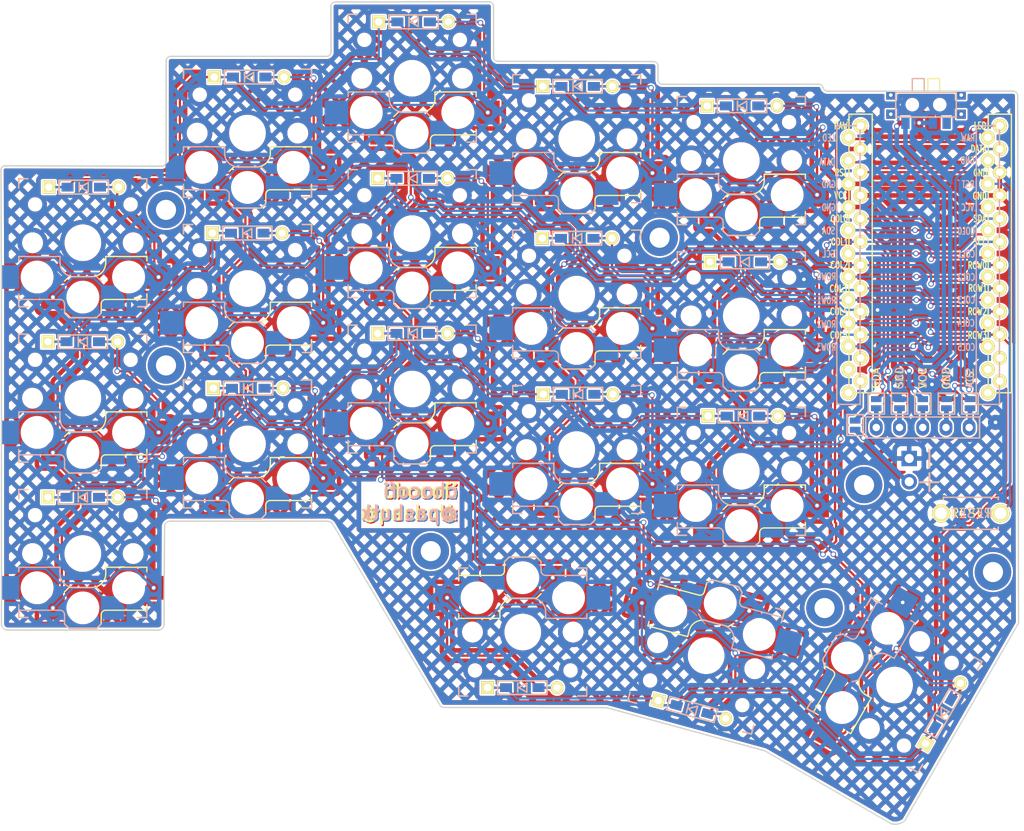
<source format=kicad_pcb>
(kicad_pcb (version 20240108) (generator "pcbnew") (generator_version "8.0")
  (title_block (title "Chocofi") (date "2023-04-17") (rev "0.2") (company "pashutk & krikun98"))
  (layers (0 "F.Cu" signal) (31 "B.Cu" signal) (34 "B.Paste" user) (35 "F.Paste" user) (36 "B.SilkS" user "B.Silkscreen") (37 "F.SilkS" user "F.Silkscreen") (38 "B.Mask" user) (39 "F.Mask" user) (44 "Edge.Cuts" user))
  (net 0 "")
  (net 1 "row0")
  (net 2 "row1")
  (net 3 "row2")
  (net 4 "Net-(D2-A)")
  (net 5 "row3")
  (net 6 "Net-(D3-A)")
  (net 7 "Net-(D4-A)")
  (net 8 "Net-(D5-A)")
  (net 9 "Net-(D6-A)")
  (net 10 "Net-(D8-A)")
  (net 11 "Net-(D9-A)")
  (net 12 "Net-(D10-A)")
  (net 13 "Net-(D11-A)")
  (net 14 "Net-(D12-A)")
  (net 15 "Net-(D14-A)")
  (net 16 "Net-(D15-A)")
  (net 17 "Net-(D16-A)")
  (net 18 "Net-(D17-A)")
  (net 19 "Net-(D18-A)")
  (net 20 "Net-(D19-A)")
  (net 21 "GND")
  (net 22 "VCC")
  (net 23 "col0")
  (net 24 "col1")
  (net 25 "col2")
  (net 26 "col3")
  (net 27 "col4")
  (net 28 "col5")
  (net 29 "LED")
  (net 30 "data")
  (net 31 "reset")
  (net 32 "SCL")
  (net 33 "SDA")
  (net 34 "Net-(D20-A)")
  (net 35 "Net-(D21-A)")
  (net 40 "Net-(J2-Pin_4)")
  (net 41 "Net-(J2-Pin_3)")
  (net 42 "Net-(J2-Pin_2)")
  (net 43 "Net-(J2-Pin_1)")
  (net 44 "Net-(J3-Pin_2)")
  (net 45 "Net-(JP9-B)")
  (net 46 "Net-(JP10-B)")
  (net 48 "RAW")
  (net 50 "Net-(J2-Pin_5)")
  (footprint "kbd:D3_TH_SMD" (layer "F.Cu") (at 86.0044 64.3128)
    (property "Reference" "D2" (hide yes))
    (property "Value" "D" (hide yes))
  )
  (footprint "kbd:D3_TH_SMD" (layer "F.Cu") (at 104.0892 52.2732)
    (property "Reference" "D3" (hide yes))
    (property "Value" "D" (hide yes))
  )
  (footprint "kbd:D3_TH_SMD" (layer "F.Cu") (at 122.0724 46.228)
    (property "Reference" "D4" (hide yes))
    (property "Value" "D" (hide yes))
  )
  (footprint "kbd:D3_TH_SMD" (layer "F.Cu") (at 140.0048 53.2892)
    (property "Reference" "D5" (hide yes))
    (property "Value" "D" (hide yes))
  )
  (footprint "kbd:D3_TH_SMD" (layer "F.Cu") (at 157.988 55.4228)
    (property "Reference" "D6" (hide yes))
    (property "Value" "D" (hide yes))
  )
  (footprint "kbd:D3_TH_SMD" (layer "F.Cu") (at 85.9028 81.2292)
    (property "Reference" "D8" (hide yes))
    (property "Value" "D" (hide yes))
  )
  (footprint "kbd:D3_TH_SMD" (layer "F.Cu") (at 103.886 69.342)
    (property "Reference" "D9" (hide yes))
    (property "Value" "D" (hide yes))
  )
  (footprint "kbd:D3_TH_SMD" (layer "F.Cu") (at 121.9708 63.3476)
    (property "Reference" "D10" (hide yes))
    (property "Value" "D" (hide yes))
  )
  (footprint "kbd:D3_TH_SMD" (layer "F.Cu") (at 139.954 69.9008)
    (property "Reference" "D11" (hide yes))
    (property "Value" "D" (hide yes))
  )
  (footprint "kbd:D3_TH_SMD" (layer "F.Cu") (at 158.2928 72.4916)
    (property "Reference" "D12" (hide yes))
    (property "Value" "D" (hide yes))
  )
  (footprint "kbd:D3_TH_SMD" (layer "F.Cu") (at 85.9028 98.2472)
    (property "Reference" "D14" (hide yes))
    (property "Value" "D" (hide yes))
  )
  (footprint "kbd:D3_TH_SMD" (layer "F.Cu") (at 103.9876 86.3092)
    (property "Reference" "D15" (hide yes))
    (property "Value" "D" (hide yes))
  )
  (footprint "kbd:D3_TH_SMD" (layer "F.Cu") (at 121.9708 80.3148)
    (property "Reference" "D16" (hide yes))
    (property "Value" "D" (hide yes))
  )
  (footprint "kbd:D3_TH_SMD" (layer "F.Cu") (at 140.0556 86.9696)
    (property "Reference" "D17" (hide yes))
    (property "Value" "D" (hide yes))
  )
  (footprint "kbd:D3_TH_SMD" (layer "F.Cu") (at 158.0896 89.3572)
    (property "Reference" "D18" (hide yes))
    (property "Value" "D" (hide yes))
  )
  (footprint "kbd:D3_TH_SMD" (layer "F.Cu") (at 133.9596 119.0752)
    (property "Reference" "D19" (hide yes))
    (property "Value" "D" (hide yes))
  )
  (footprint "kbd:D3_TH_SMD" (layer "F.Cu") (at 152.514282 121.460596 -15)
    (property "Reference" "D20" (hide yes))
    (property "Value" "D" (hide yes))
  )
  (footprint "kbd:D3_TH_SMD" (layer "F.Cu") (at 179.958166 121.895435 60)
    (property "Reference" "D21" (hide yes))
    (property "Value" "D" (hide yes))
  )
  (footprint "keyswitches:Kailh_socket_PG1350_reversible" (layer "F.Cu") (at 85.91 70.4)
    (property "Reference" "SW2" (hide yes))
    (property "Value" "SW_PUSH")
  )
  (footprint "keyswitches:Kailh_socket_PG1350_reversible" (layer "F.Cu") (at 103.91 58.4)
    (property "Reference" "SW3" (hide yes))
    (property "Value" "SW_PUSH")
  )
  (footprint "keyswitches:Kailh_socket_PG1350_reversible" (layer "F.Cu") (at 121.91 52.4)
    (property "Reference" "SW4" (hide yes))
    (property "Value" "SW_PUSH")
  )
  (footprint "keyswitches:Kailh_socket_PG1350_reversible" (layer "F.Cu") (at 139.91 59.02)
    (property "Reference" "SW5" (hide yes))
    (property "Value" "SW_PUSH")
  )
  (footprint "keyswitches:Kailh_socket_PG1350_reversible" (layer "F.Cu") (at 157.91 61.4)
    (property "Reference" "SW6" (hide yes))
    (property "Value" "SW_PUSH")
  )
  (footprint "keyswitches:Kailh_socket_PG1350_reversible" (layer "F.Cu") (at 85.91 87.4)
    (property "Reference" "SW8" (hide yes))
    (property "Value" "SW_PUSH")
  )
  (footprint "keyswitches:Kailh_socket_PG1350_reversible" (layer "F.Cu") (at 103.91 75.4)
    (property "Reference" "SW9" (hide yes))
    (property "Value" "SW_PUSH")
  )
  (footprint "keyswitches:Kailh_socket_PG1350_reversible" (layer "F.Cu") (at 121.91 69.4)
    (property "Reference" "SW10" (hide yes))
    (property "Value" "SW_PUSH")
  )
  (footprint "keyswitches:Kailh_socket_PG1350_reversible" (layer "F.Cu") (at 139.91 76.02)
    (property "Reference" "SW11" (hide yes))
    (property "Value" "SW_PUSH")
  )
  (footprint "keyswitches:Kailh_socket_PG1350_reversible" (layer "F.Cu") (at 157.91 78.4)
    (property "Reference" "SW12" (hide yes))
    (property "Value" "SW_PUSH")
  )
  (footprint "keyswitches:Kailh_socket_PG1350_reversible" (layer "F.Cu") (at 85.91 104.4)
    (property "Reference" "SW14" (hide yes))
    (property "Value" "SW_PUSH")
  )
  (footprint "keyswitches:Kailh_socket_PG1350_reversible" (layer "F.Cu") (at 103.91 92.4)
    (property "Reference" "SW15" (hide yes))
    (property "Value" "SW_PUSH")
  )
  (footprint "keyswitches:Kailh_socket_PG1350_reversible" (layer "F.Cu") (at 121.91 86.4)
    (property "Reference" "SW16" (hide yes))
    (property "Value" "SW_PUSH")
  )
  (footprint "keyswitches:Kailh_socket_PG1350_reversible" (layer "F.Cu") (at 139.91 93.025)
    (property "Reference" "SW17" (hide yes))
    (property "Value" "SW_PUSH")
  )
  (footprint "keyswitches:Kailh_socket_PG1350_reversible" (layer "F.Cu") (at 157.91 95.4)
    (property "Reference" "SW18" (hide yes))
    (property "Value" "SW_PUSH")
  )
  (footprint "keyswitches:Kailh_socket_PG1350_reversible" (layer "F.Cu") (at 134.01 112.99 180)
    (property "Reference" "SW19" (hide yes))
    (property "Value" "SW_PUSH")
  )
  (footprint "keyswitches:Kailh_socket_PG1350_reversible" (layer "F.Cu") (at 154.06 115.58 165)
    (property "Reference" "SW20" (hide yes))
    (property "Value" "SW_PUSH")
  )
  (footprint "keyswitches:Kailh_socket_PG1350_reversible" (layer "F.Cu") (at 174.66 118.79 -120)
    (property "Reference" "SW21" (hide yes))
    (property "Value" "SW_PUSH")
  )
  (footprint "kbd:ProMicro_v2" (layer "F.Cu") (at 178.51 72.0784)
    (property "Reference" "U1" (hide yes))
    (property "Value" "ProMicro" (hide yes))
  )
  (footprint "kbd:Jumper" (layer "F.Cu") (at 177.75 88 -90)
    (property "Reference" "JP5" (hide yes))
    (property "Value" "VCC")
  )
  (footprint "nice_view:nice_view_2side" (layer "F.Cu") (at 172.66 90.6084)
    (property "Reference" "J2")
    (property "Value" "Conn_01x05" (hide yes))
  )
  (footprint "kbd:Jumper" (layer "F.Cu") (at 175.2 88 -90)
    (property "Reference" "JP3" (hide yes))
    (property "Value" "SCL")
  )
  (footprint "kbd:Jumper" (layer "F.Cu") (at 172.66 87.9984 -90)
    (property "Reference" "JP1" (hide yes))
    (property "Value" "SDA")
  )
  (footprint "kbd:Jumper" (layer "F.Cu") (at 180.33 88 -90)
    (property "Reference" "JP7" (hide yes))
    (property "Value" "GND")
  )
  (footprint "kbd:ResetSW" (layer "F.Cu") (at 183 100)
    (property "Reference" "RSW1" (hide yes))
    (property "Value" "SW_PUSH")
  )
  (footprint "kbd:LEGO_HOLE" (layer "F.Cu") (at 171.323 96.901)
    (property "Reference" "h2" (hide yes))
    (property "Value" "h2")
  )
  (footprint "kbd:LEGO_HOLE" (layer "F.Cu") (at 185.42 106.426)
    (property "Reference" "H1" (hide yes))
    (property "Value" "h1")
  )
  (footprint "kbd:LEGO_HOLE" (layer "F.Cu") (at 95 66.802)
    (property "Reference" "h6" (hide yes))
    (property "Value" "h6")
  )
  (footprint "kbd:LEGO_HOLE" (layer "F.Cu") (at 148.971 69.85)
    (property "Reference" "h7" (hide yes))
    (property "Value" "h7")
  )
  (footprint "kbd:LEGO_HOLE" (layer "F.Cu") (at 123.952 104.14)
    (property "Reference" "h4" (hide yes))
    (property "Value" "h4")
  )
  (footprint "kbd:LEGO_HOLE" (layer "F.Cu") (at 167.005 110.363)
    (property "Reference" "h3" (hide yes))
    (property "Value" "h3")
  )
  (footprint "kbd:LEGO_HOLE" (layer "F.Cu") (at 95 83.82)
    (property "Reference" "h5" (hide yes))
    (property "Value" "h5")
  )
  (footprint "kbd:Jumper" (layer "F.Cu") (at 182.91 88 -90)
    (property "Reference" "JP11" (hide yes))
    (property "Value" "CS")
  )
  (footprint "kbd:Jumper" (layer "F.Cu") (at 170.35 90.35038 90)
    (property "Reference" "JP9" (hide yes))
    (property "Value" "SolderJumper_2_Open" (hide yes))
  )
  (footprint "Buttons_Switches:SW_SPDT+H-MSK12C01_hor(7pin_SMD)" (layer "F.Cu") (at 178.1 55.2875 180)
    (property "Reference" "SW1" (hide yes))
    (property "Value" "SW_SPDT" (hide yes))
  )
  (footprint "kbd:Battery_TH" (layer "F.Cu") (at 176.2625 94)
    (property "Reference" "J3")
    (property "Value" "Conn_01x02_Female")
  )
  (footprint "kbd:Jumper" (layer "B.Cu") (at 177.7485 88.00038 -90)
    (property "Reference" "JP4" (hide yes))
    (property "Value" "VCC")
  )
  (footprint "kbd:Jumper" (layer "B.Cu") (at 175.2 88.008 -90)
    (property "Reference" "JP2" (hide yes))
    (property "Value" "GND")
  )
  (footprint "kbd:Jumper" (layer "B.Cu") (at 182.91 88 -90)
    (property "Reference" "JP8" (hide yes))
    (property "Value" "SDA")
  )
  (footprint "kbd:Jumper" (layer "B.Cu") (at 180.33 88 -90)
    (property "Reference" "JP6" (hide yes))
    (property "Value" "SCL")
  )
  (footprint "Buttons_Switches:SW_SPDT+H-MSK12C01_hor(7pin_SMD)" (layer "B.Cu") (at 178.1 55.2875)
    (property "Reference" "SW7" (hide yes))
    (property "Value" "SW_SPDT" (hide yes))
  )
  (footprint "kbd:Jumper" (layer "B.Cu") (at 170.35 90.35 90)
    (property "Reference" "JP10" (hide yes))
    (property "Value" "SolderJumper_2_Open" (hide yes))
  )
  (footprint "kbd:Jumper" (layer "B.Cu") (at 172.66 87.9984 -90)
    (property "Reference" "JP12" (hide yes))
    (property "Value" "CS")
  )
  (gr_line (start 187.62 53.805) (end 167.3304 53.81502) (stroke (width 0.15)) (layer "Edge.Cuts"))
  (gr_line (start 94.515447 62.020847) (end 77.4192 61.976) (stroke (width 0.15)) (layer "Edge.Cuts"))
  (gr_line (start 175.768 133.6548) (end 188.214 112.014) (stroke (width 0.15)) (layer "Edge.Cuts"))
  (gr_line (start 160.4772 125.984) (end 174.288668 133.9596) (stroke (width 0.15)) (layer "Edge.Cuts"))
  (gr_line (start 125.3744 121.240811) (end 143.1544 121.2596) (stroke (width 0.15)) (layer "Edge.Cuts"))
  (gr_arc (start 166.360498 53.055) (mid 166.676734 53.167708) (end 166.8504 53.45502) (stroke (width 0.15)) (layer "Edge.Cuts"))
  (gr_arc (start 167.3304 53.81502) (mid 167.0304 53.71502) (end 166.8504 53.45502) (stroke (width 0.15)) (layer "Edge.Cuts"))
  (gr_line (start 166.360498 53.055) (end 149.2932 53.06902) (stroke (width 0.15)) (layer "Edge.Cuts"))
  (gr_arc (start 95.015447 61.520847) (mid 94.869 61.8744) (end 94.515447 62.020847) (stroke (width 0.15)) (layer "Edge.Cuts"))
  (gr_arc (start 95.01712 50.50682) (mid 95.163567 50.153267) (end 95.51712 50.00682) (stroke (width 0.15)) (layer "Edge.Cuts"))
  (gr_line (start 130.31 44.0362) (end 113.53 44.049553) (stroke (width 0.15)) (layer "Edge.Cuts"))
  (gr_line (start 130.81 50.0534) (end 130.81 44.5362) (stroke (width 0.15)) (layer "Edge.Cuts"))
  (gr_line (start 148.2932 50.56902) (end 131.31 50.5534) (stroke (width 0.15)) (layer "Edge.Cuts"))
  (gr_line (start 148.7932 52.56902) (end 148.7932 51.06902) (stroke (width 0.15)) (layer "Edge.Cuts"))
  (gr_line (start 95.01712 50.50682) (end 95.015447 61.520847) (stroke (width 0.15)) (layer "Edge.Cuts"))
  (gr_line (start 112.54712 50.00682) (end 95.51712 50.00682) (stroke (width 0.15)) (layer "Edge.Cuts"))
  (gr_line (start 113.03 44.549553) (end 113.04712 49.50682) (stroke (width 0.15)) (layer "Edge.Cuts"))
  (gr_arc (start 113.04712 49.50682) (mid 112.900673 49.860373) (end 112.54712 50.00682) (stroke (width 0.15)) (layer "Edge.Cuts"))
  (gr_arc (start 113.03 44.549553) (mid 113.176447 44.196) (end 113.53 44.049553) (stroke (width 0.15)) (layer "Edge.Cuts"))
  (gr_arc (start 130.31 44.0362) (mid 130.663553 44.182647) (end 130.81 44.5362) (stroke (width 0.15)) (layer "Edge.Cuts"))
  (gr_arc (start 131.31 50.5534) (mid 130.956447 50.406953) (end 130.81 50.0534) (stroke (width 0.15)) (layer "Edge.Cuts"))
  (gr_arc (start 148.2932 50.56902) (mid 148.646753 50.715467) (end 148.7932 51.06902) (stroke (width 0.15)) (layer "Edge.Cuts"))
  (gr_arc (start 149.2932 53.06902) (mid 148.939647 52.922573) (end 148.7932 52.56902) (stroke (width 0.15)) (layer "Edge.Cuts"))
  (gr_arc (start 187.62 53.805) (mid 187.973553 53.951447) (end 188.12 54.305) (stroke (width 0.15)) (layer "Edge.Cuts"))
  (gr_line (start 95.4532 100.862652) (end 112.6236 100.862652) (stroke (width 0.15)) (layer "Edge.Cuts"))
  (gr_line (start 94.7928 110.744) (end 94.8436 101.472252) (stroke (width 0.15)) (layer "Edge.Cuts"))
  (gr_arc (start 112.6236 100.862652) (mid 113.02279 100.980057) (end 113.294857 101.294883) (stroke (width 0.15)) (layer "Edge.Cuts"))
  (gr_arc (start 125.3744 121.240811) (mid 125.184464 121.206306) (end 125.0188 121.1072) (stroke (width 0.15)) (layer "Edge.Cuts"))
  (gr_arc (start 175.768 133.6548) (mid 175.064863 133.984494) (end 174.288668 133.959599) (stroke (width 0.15)) (layer "Edge.Cuts"))
  (gr_line (start 77.0128 93.7768) (end 77.0128 110.744) (stroke (width 0.15)) (layer "Edge.Cuts"))
  (gr_line (start 76.962 62.4332) (end 77.0128 76.708) (stroke (width 0.15)) (layer "Edge.Cuts"))
  (gr_line (start 188.12 54.305) (end 188.214 112.014) (stroke (width 0.15)) (layer "Edge.Cuts"))
  (gr_line (start 94.7928 112.1156) (end 94.7928 110.744) (stroke (width 0.15)) (layer "Edge.Cuts"))
  (gr_arc (start 94.8436 101.472252) (mid 95.022148 101.0412) (end 95.4532 100.862652) (stroke (width 0.15)) (layer "Edge.Cuts"))
  (gr_arc (start 94.7928 112.1156) (mid 94.599373 112.582573) (end 94.1324 112.776) (stroke (width 0.15)) (layer "Edge.Cuts"))
  (gr_line (start 77.0128 112.1156) (end 77.0128 110.744) (stroke (width 0.15)) (layer "Edge.Cuts"))
  (gr_line (start 77.0128 76.708) (end 77.0128 93.7768) (stroke (width 0.15)) (layer "Edge.Cuts"))
  (gr_line (start 113.294857 101.294883) (end 125.0188 121.1072) (stroke (width 0.15)) (layer "Edge.Cuts"))
  (gr_arc (start 76.962 62.4332) (mid 77.095911 62.109911) (end 77.4192 61.976) (stroke (width 0.15)) (layer "Edge.Cuts"))
  (gr_line (start 77.6732 112.776) (end 94.1324 112.776) (stroke (width 0.15)) (layer "Edge.Cuts"))
  (gr_line (start 143.1544 121.2596) (end 160.4772 125.984) (stroke (width 0.15)) (layer "Edge.Cuts"))
  (gr_arc (start 77.6732 112.776) (mid 77.206227 112.582573) (end 77.0128 112.1156) (stroke (width 0.15)) (layer "Edge.Cuts"))
  (gr_text "chocofi\n@pashutk" (at 127.24 98.89 0) (layer "F.Cu") (effects (font (size 1.5 1.5) (thickness 0.3)) (justify right)))
  (gr_text "chocofi\n@pashutk" (at 127.25 98.89 0) (layer "B.Cu") (effects (font (size 1.5 1.5) (thickness 0.3)) (justify left mirror)))
  (gr_text "chocofi\n@pashutk" (at 127.13 98.75 0) (layer "B.SilkS") (effects (font (size 1.5 1.5) (thickness 0.3)) (justify left mirror)))
  (gr_text "chocofi\n@pashutk" (at 127.12 98.75 0) (layer "F.SilkS") (effects (font (size 1.5 1.5) (thickness 0.3)) (justify right)))
  (via (at 174.25 56.3375) (size 0.6) (drill 0.4) (layers "F.Cu" "B.Cu") (net 0))
  (via (at 181.95 54.2375) (size 0.6) (drill 0.4) (layers "F.Cu" "B.Cu") (net 0))
  (via (at 174.25 54.2375) (size 0.6) (drill 0.4) (layers "F.Cu" "B.Cu") (net 0))
  (via (at 181.95 56.3375) (size 0.6) (drill 0.4) (layers "F.Cu" "B.Cu") (net 0))
  (segment (start 166.8095 57.774) (end 166.635 57.9485) (width 0.25) (layer "F.Cu") (net 1))
  (segment (start 167.8586 63.5736) (end 167.8586 72.349) (width 0.25) (layer "F.Cu") (net 1))
  (segment (start 96.52 53.6448) (end 97.8916 52.2732) (width 0.25) (layer "F.Cu") (net 1))
  (segment (start 118.2624 46.228) (end 120.2974 46.228) (width 0.25) (layer "F.Cu") (net 1))
  (segment (start 154.178 55.4228) (end 156.213 55.4228) (width 0.25) (layer "F.Cu") (net 1))
  (segment (start 138.2298 53.2892) (end 136.1948 53.2892) (width 0.25) (layer "F.Cu") (net 1))
  (segment (start 85.5502 62.992) (end 84.2294 64.3128) (width 0.25) (layer "F.Cu") (net 1))
  (segment (start 167.8586 72.349) (end 169.62 74.1104) (width 0.25) (layer "F.Cu") (net 1))
  (segment (start 102.3142 52.2732) (end 100.2792 52.2732) (width 0.25) (layer "F.Cu") (net 1))
  (segment (start 96.52 53.6448) (end 96.52 61.849) (width 0.25) (layer "F.Cu") (net 1))
  (segment (start 95.377 62.992) (end 85.5502 62.992) (width 0.25) (layer "F.Cu") (net 1))
  (segment (start 166.635 62.35) (end 167.8586 63.5736) (width 0.25) (layer "F.Cu") (net 1))
  (segment (start 97.8916 52.2732) (end 100.2792 52.2732) (width 0.25) (layer "F.Cu") (net 1))
  (segment (start 183.598 72.8404) (end 186.1664 72.8404) (width 0.25) (layer "F.Cu") (net 1))
  (segment (start 96.52 61.849) (end 95.377 62.992) (width 0.25) (layer "F.Cu") (net 1))
  (segment (start 166.635 57.9485) (end 166.635 62.35) (width 0.25) (layer "F.Cu") (net 1))
  (segment (start 182.328 74.1104) (end 183.598 72.8404) (width 0.25) (layer "F.Cu") (net 1))
  (segment (start 177.05 74.1104) (end 182.328 74.1104) (width 0.25) (layer "F.Cu") (net 1))
  (segment (start 84.2294 64.3128) (end 82.1944 64.3128) (width 0.25) (layer "F.Cu") (net 1))
  (via (at 177.05 74.1104) (size 0.6) (drill 0.4) (layers "F.Cu" "B.Cu") (net 1))
  (via (at 166.8095 57.774) (size 0.6) (drill 0.4) (layers "F.Cu" "B.Cu") (net 1))
  (segment (start 102.3142 52.2732) (end 100.2792 52.2732) (width 0.25) (layer "B.Cu") (net 1))
  (segment (start 128.7272 49.7332) (end 132.2832 53.2892) (width 0.25) (layer "B.Cu") (net 1))
  (segment (start 140.8714 55.9308) (end 138.2298 53.2892) (width 0.25) (layer "B.Cu") (net 1))
  (segment (start 152.7215 55.9308) (end 140.8714 55.9308) (width 0.25) (layer "B.Cu") (net 1))
  (segment (start 169.62 74.1104) (end 177.05 74.1104) (width 0.25) (layer "B.Cu") (net 1))
  (segment (start 159.8452 59.055) (end 156.213 55.4228) (width 0.25) (layer "B.Cu") (net 1))
  (segment (start 120.2974 46.228) (end 118.2624 46.228) (width 0.25) (layer "B.Cu") (net 1))
  (segment (start 153.2295 55.4228) (end 152.7215 55.9308) (width 0.25) (layer "B.Cu") (net 1))
  (segment (start 118.2624 46.228) (end 118.2624 50.0126) (width 0.25) (layer "B.Cu") (net 1))
  (segment (start 123.8026 49.7332) (end 128.7272 49.7332) (width 0.25) (layer "B.Cu") (net 1))
  (segment (start 166.8095 57.774) (end 166.635 57.774) (width 0.25) (layer "B.Cu") (net 1))
  (segment (start 154.178 55.4228) (end 153.2295 55.4228) (width 0.25) (layer "B.Cu") (net 1))
  (segment (start 84.2294 64.3128) (end 82.1944 64.3128) (width 0.25) (layer "B.Cu") (net 1))
  (segment (start 166.635 57.774) (end 165.354 59.055) (width 0.25) (layer "B.Cu") (net 1))
  (segment (start 118.2624 50.0126) (end 117.983 50.292) (width 0.25) (layer "B.Cu") (net 1))
  (segment (start 132.2832 53.2892) (end 136.1948 53.2892) (width 0.25) (layer "B.Cu") (net 1))
  (segment (start 105.7686 55.7276) (end 102.3142 52.2732) (width 0.25) (layer "B.Cu") (net 1))
  (segment (start 138.2298 53.2892) (end 136.1948 53.2892) (width 0.25) (layer "B.Cu") (net 1))
  (segment (start 117.983 50.292) (end 115.443 50.292) (width 0.25) (layer "B.Cu") (net 1))
  (segment (start 110.0074 55.7276) (end 105.7686 55.7276) (width 0.25) (layer "B.Cu") (net 1))
  (segment (start 115.443 50.292) (end 110.0074 55.7276) (width 0.25) (layer "B.Cu") (net 1))
  (segment (start 156.213 55.4228) (end 154.178 55.4228) (width 0.25) (layer "B.Cu") (net 1))
  (segment (start 120.2974 46.228) (end 123.8026 49.7332) (width 0.25) (layer "B.Cu") (net 1))
  (segment (start 165.354 59.055) (end 159.8452 59.055) (width 0.25) (layer "B.Cu") (net 1))
  (segment (start 183.852 75.3804) (end 186.1664 75.3804) (width 0.25) (layer "F.Cu") (net 2))
  (segment (start 138.179 69.9008) (end 136.144 69.9008) (width 0.25) (layer "F.Cu") (net 2))
  (segment (start 102.111 69.342) (end 100.076 69.342) (width 0.25) (layer "F.Cu") (net 2))
  (segment (start 120.1958 63.3476) (end 118.1608 63.3476) (width 0.25) (layer "F.Cu") (net 2))
  (segment (start 177.05 76.6504) (end 182.582 76.6504) (width 0.25) (layer "F.Cu") (net 2))
  (segment (start 84.1278 81.2292) (end 82.0928 81.2292) (width 0.25) (layer "F.Cu") (net 2))
  (segment (start 156.5178 72.4916) (end 154.4828 72.4916) (width 0.25) (layer "F.Cu") (net 2))
  (segment (start 182.582 76.6504) (end 183.852 75.3804) (width 0.25) (layer "F.Cu") (net 2))
  (via (at 177.05 76.6504) (size 0.6) (drill 0.4) (layers "F.Cu" "B.Cu") (net 2))
  (segment (start 138.179 69.9008) (end 136.144 69.9008) (width 0.25) (layer "B.Cu") (net 2))
  (segment (start 115.062 67.4624) (end 112.776 69.7484) (width 0.25) (layer "B.Cu") (net 2))
  (segment (start 169.5624 76.708) (end 169.62 76.6504) (width 0.25) (layer "B.Cu") (net 2))
  (segment (start 120.1958 63.3476) (end 120.1958 64.6146) (width 0.25) (layer "B.Cu") (net 2))
  (segment (start 86.5662 78.7908) (end 91.8464 78.7908) (width 0.25) (layer "B.Cu") (net 2))
  (segment (start 100.076 72.644) (end 100.076 69.342) (width 0.25) (layer "B.Cu") (net 2))
  (segment (start 156.5178 72.4916) (end 160.137169 76.110969) (width 0.25) (layer "B.Cu") (net 2))
  (segment (start 160.137169 76.110969) (end 165.074573 76.110969) (width 0.25) (layer "B.Cu") (net 2))
  (segment (start 165.074573 76.110969) (end 165.671604 76.708) (width 0.25) (layer "B.Cu") (net 2))
  (segment (start 142.25068 73.97248) (end 138.179 69.9008) (width 0.25) (layer "B.Cu") (net 2))
  (segment (start 102.111 69.342) (end 100.076 69.342) (width 0.25) (layer "B.Cu") (net 2))
  (segment (start 121.7168 66.7004) (end 119.9134 64.897) (width 0.25) (layer "B.Cu") (net 2))
  (segment (start 97.3836 73.2536) (end 99.4664 73.2536) (width 0.25) (layer "B.Cu") (net 2))
  (segment (start 112.776 69.7484) (end 112.776 70.358) (width 0.25) (layer "B.Cu") (net 2))
  (segment (start 151.992474 72.4916) (end 150.511594 73.97248) (width 0.25) (layer "B.Cu") (net 2))
  (segment (start 169.62 76.6504) (end 177.05 76.6504) (width 0.25) (layer "B.Cu") (net 2))
  (segment (start 110.236 72.898) (end 105.667 72.898) (width 0.25) (layer "B.Cu") (net 2))
  (segment (start 133.59632 67.35312) (end 125.16352 67.35312) (width 0.25) (layer "B.Cu") (net 2))
  (segment (start 84.1278 81.2292) (end 86.5662 78.7908) (width 0.25) (layer "B.Cu") (net 2))
  (segment (start 165.671604 76.708) (end 169.5624 76.708) (width 0.25) (layer "B.Cu") (net 2))
  (segment (start 136.144 69.9008) (end 133.59632 67.35312) (width 0.25) (layer "B.Cu") (net 2))
  (segment (start 119.9134 64.897) (end 117.348 67.4624) (width 0.25) (layer "B.Cu") (net 2))
  (segment (start 112.776 70.358) (end 110.236 72.898) (width 0.25) (layer "B.Cu") (net 2))
  (segment (start 120.1958 64.6146) (end 119.9134 64.897) (width 0.25) (layer "B.Cu") (net 2))
  (segment (start 105.667 72.898) (end 102.111 69.342) (width 0.25) (layer "B.Cu") (net 2))
  (segment (start 99.4664 73.2536) (end 100.076 72.644) (width 0.25) (layer "B.Cu") (net 2))
  (segment (start 150.511594 73.97248) (end 142.25068 73.97248) (width 0.25) (layer "B.Cu") (net 2))
  (segment (start 91.8464 78.7908) (end 97.3836 73.2536) (width 0.25) (layer "B.Cu") (net 2))
  (segment (start 156.5178 72.4916) (end 154.4828 72.4916) (width 0.25) (layer "B.Cu") (net 2))
  (segment (start 125.16352 67.35312) (end 124.5108 66.7004) (width 0.25) (layer "B.Cu") (net 2))
  (segment (start 120.1958 63.3476) (end 118.1608 63.3476) (width 0.25) (layer "B.Cu") (net 2))
  (segment (start 124.5108 66.7004) (end 121.7168 66.7004) (width 0.25) (layer "B.Cu") (net 2))
  (segment (start 84.1278 81.2292) (end 82.0928 81.2292) (width 0.25) (layer "B.Cu") (net 2))
  (segment (start 154.4828 72.4916) (end 151.992474 72.4916) (width 0.25) (layer "B.Cu") (net 2))
  (segment (start 117.348 67.4624) (end 115.062 67.4624) (width 0.25) (layer "B.Cu") (net 2))
  (segment (start 168.7725 87.690104) (end 168.533 87.450604) (width 0.25) (layer "F.Cu") (net 3))
  (segment (start 156.3146 89.3572) (end 154.2796 89.3572) (width 0.25) (layer "F.Cu") (net 3))
  (segment (start 168.533 87.450604) (end 168.533 80.2774) (width 0.25) (layer "F.Cu") (net 3))
  (segment (start 84.1278 98.2472) (end 82.0928 98.2472) (width 0.25) (layer "F.Cu") (net 3))
  (segment (start 168.533 80.2774) (end 169.62 79.1904) (width 0.25) (layer "F.Cu") (net 3))
  (segment (start 168.7725 91.85) (end 168.7725 87.690104) (width 0.25) (layer "F.Cu") (net 3))
  (segment (start 183.1764 78.85) (end 184.106 77.9204) (width 0.25) (layer "F.Cu") (net 3))
  (segment (start 138.2806 86.9696) (end 136.2456 86.9696) (width 0.25) (layer "F.Cu") (net 3))
  (segment (start 177 79.1904) (end 177.3404 78.85) (width 0.25) (layer "F.Cu") (net 3))
  (segment (start 177.3404 78.85) (end 183.1764 78.85) (width 0.25) (layer "F.Cu") (net 3))
  (segment (start 120.1958 80.3148) (end 118.1608 80.3148) (width 0.25) (layer "F.Cu") (net 3))
  (segment (start 184.106 77.9204) (end 186.1664 77.9204) (width 0.25) (layer "F.Cu") (net 3))
  (segment (start 102.2126 86.3092) (end 100.1776 86.3092) (width 0.25) (layer "F.Cu") (net 3))
  (via (at 177 79.1904) (size 0.6) (drill 0.4) (layers "F.Cu" "B.Cu") (net 3))
  (via (at 168.7725 91.85) (size 0.6) (drill 0.4) (layers "F.Cu" "B.Cu") (net 3))
  (segment (start 138.2806 86.9696) (end 136.2456 86.9696) (width 0.25) (layer "B.Cu") (net 3))
  (segment (start 130.4544 86.9696) (end 126.9492 83.4644) (width 0.25) (layer "B.Cu") (net 3))
  (segment (start 123.3454 83.4644) (end 120.1958 80.3148) (width 0.25) (layer "B.Cu") (net 3))
  (segment (start 168.4 92.456) (end 159.4134 92.456) (width 0.25) (layer "B.Cu") (net 3))
  (segment (start 145.9992 90.3732) (end 141.6842 90.3732) (width 0.25) (layer "B.Cu") (net 3))
  (segment (start 109.8296 90.1192) (end 106.0226 90.1192) (width 0.25) (layer "B.Cu") (net 3))
  (segment (start 120.1958 80.3148) (end 118.1608 80.3148) (width 0.25) (layer "B.Cu") (net 3))
  (segment (start 159.4134 92.456) (end 156.3146 89.3572) (width 0.25) (layer "B.Cu") (net 3))
  (segment (start 141.6842 90.3732) (end 138.2806 86.9696) (width 0.25) (layer "B.Cu") (net 3))
  (segment (start 120.1958 82.6486) (end 118.3132 84.5312) (width 0.25) (layer "B.Cu") (net 3))
  (segment (start 92.456 96.0628) (end 91.694 96.8248) (width 0.25) (layer "B.Cu") (net 3))
  (segment (start 100.6 89.392) (end 99.9744 90.0176) (width 0.25) (layer "B.Cu") (net 3))
  (segment (start 84.1278 98.2472) (end 82.0928 98.2472) (width 0.25) (layer "B.Cu") (net 3))
  (segment (start 91.694 96.8248) (end 85.5502 96.8248) (width 0.25) (layer "B.Cu") (net 3))
  (segment (start 99.9744 90.0176) (end 97.0788 90.0176) (width 0.25) (layer "B.Cu") (net 3))
  (segment (start 97.0788 90.0176) (end 92.456 94.6404) (width 0.25) (layer "B.Cu") (net 3))
  (segment (start 115.4176 84.5312) (end 109.8296 90.1192) (width 0.25) (layer "B.Cu") (net 3))
  (segment (start 118.3132 84.5312) (end 115.4176 84.5312) (width 0.25) (layer "B.Cu") (net 3))
  (segment (start 156.3146 89.3572) (end 154.2796 89.3572) (width 0.25) (layer "B.Cu") (net 3))
  (segment (start 136.2456 86.9696) (end 130.4544 86.9696) (width 0.25) (layer "B.Cu") (net 3))
  (segment (start 120.1958 80.3148) (end 120.1958 82.6486) (width 0.25) (layer "B.Cu") (net 3))
  (segment (start 168.7725 91.85) (end 168.7725 92.0835) (width 0.25) (layer "B.Cu") (net 3))
  (segment (start 147.0152 89.3572) (end 145.9992 90.3732) (width 0.25) (layer "B.Cu") (net 3))
  (segment (start 102.2126 86.3092) (end 100.6 87.9218) (width 0.25) (layer "B.Cu") (net 3))
  (segment (start 154.2796 89.3572) (end 147.0152 89.3572) (width 0.25) (layer "B.Cu") (net 3))
  (segment (start 169.62 79.1904) (end 177 79.1904) (width 0.25) (layer "B.Cu") (net 3))
  (segment (start 102.2126 86.3092) (end 100.1776 86.3092) (width 0.25) (layer "B.Cu") (net 3))
  (segment (start 100.6 87.9218) (end 100.6 89.392) (width 0.25) (layer "B.Cu") (net 3))
  (segment (start 126.9492 83.4644) (end 123.3454 83.4644) (width 0.25) (layer "B.Cu") (net 3))
  (segment (start 85.5502 96.8248) (end 84.1278 98.2472) (width 0.25) (layer "B.Cu") (net 3))
  (segment (start 106.0226 90.1192) (end 102.2126 86.3092) (width 0.25) (layer "B.Cu") (net 3))
  (segment (start 92.456 94.6404) (end 92.456 96.0628) (width 0.25) (layer "B.Cu") (net 3))
  (segment (start 168.7725 92.0835) (end 168.4 92.456) (width 0.25) (layer "B.Cu") (net 3))
  (segment (start 89.662 66.294) (end 89.662 64.4652) (width 0.25) (layer "F.Cu") (net 4))
  (segment (start 93.726 70.358) (end 89.662 66.294) (width 0.25) (layer "F.Cu") (net 4))
  (segment (start 93.726 73.691) (end 93.726 70.358) (width 0.25) (layer "F.Cu") (net 4))
  (segment (start 94.185 74.15) (end 93.726 73.691) (width 0.25) (layer "F.Cu") (net 4))
  (segment (start 89.662 64.4652) (end 89.8144 64.3128) (width 0.25) (layer "F.Cu") (net 4))
  (segment (start 87.7794 64.3128) (end 89.8144 64.3128) (width 0.25) (layer "F.Cu") (net 4))
  (via (at 94.185 74.15) (size 0.6) (drill 0.4) (layers "F.Cu" "B.Cu") (net 4))
  (segment (start 89.7636 72.0852) (end 92.1202 72.0852) (width 0.25) (layer "B.Cu") (net 4))
  (segment (start 77.635 74.15) (end 79.7506 72.0344) (width 0.25) (layer "B.Cu") (net 4))
  (segment (start 88.07952 73.76928) (end 89.7636 72.0852) (width 0.25) (layer "B.Cu") (net 4))
  (segment (start 82.845123 72.0344) (end 84.580003 73.76928) (width 0.25) (layer "B.Cu") (net 4))
  (segment (start 84.580003 73.76928) (end 88.07952 73.76928) (width 0.25) (layer "B.Cu") (net 4))
  (segment (start 79.7506 72.0344) (end 82.845123 72.0344) (width 0.25) (layer "B.Cu") (net 4))
  (segment (start 87.7794 64.3128) (end 89.8144 64.3128) (width 0.25) (layer "B.Cu") (net 4))
  (segment (start 92.1202 72.0852) (end 94.185 74.15) (width 0.25) (layer "B.Cu") (net 4))
  (segment (start 184.2 80.8) (end 184.5396 80.4604) (width 0.25) (layer "F.Cu") (net 5))
  (segment (start 179.197 113.3602) (end 179.7812 112.776) (width 0.25) (layer "F.Cu") (net 5))
  (segment (start 179.7812 102.2858) (end 180.975 101.092) (width 0.25) (layer "F.Cu") (net 5))
  (segment (start 177.647945 80.8) (end 184.2 80.8) (width 0.25) (layer "F.Cu") (net 5))
  (segment (start 150.799764 121.001192) (end 149.360802 121.001192) (width 0.25) (layer "F.Cu") (net 5))
  (segment (start 187.328 96.622) (end 187.328 81.622) (width 0.25) (layer "F.Cu") (net 5))
  (segment (start 182.858 101.092) (end 187.328 96.622) (width 0.25) (layer "F.Cu") (net 5))
  (segment (start 179.070666 124.177492) (end 178.053166 125.194992) (width 0.25) (layer "F.Cu") (net 5))
  (segment (start 180.975 101.092) (end 182.858 101.092) (width 0.25) (layer "F.Cu") (net 5))
  (segment (start 179.197 119.634) (end 179.197 113.3602) (width 0.25) (layer "F.Cu") (net 5))
  (segment (start 179.7812 112.776) (end 179.7812 102.2858) (width 0.25) (layer "F.Cu") (net 5))
  (segment (start 176.717045 81.7309) (end 177.647945 80.8) (width 0.25) (layer "F.Cu") (net 5))
  (segment (start 149.360802 121.001192) (end 148.834105 120.474495) (width 0.25) (layer "F.Cu") (net 5))
  (segment (start 179.070666 123.43263) (end 179.070666 119.760334) (width 0.25) (layer "F.Cu") (net 5))
  (segment (start 179.070666 119.760334) (end 179.197 119.634) (width 0.25) (layer "F.Cu") (net 5))
  (segment (start 187.328 81.622) (end 186.1664 80.4604) (width 0.25) (layer "F.Cu") (net 5))
  (segment (start 179.070666 123.43263) (end 179.070666 124.177492) (width 0.25) (layer "F.Cu") (net 5))
  (segment (start 132.1846 119.0752) (end 130.1496 119.0752) (width 0.25) (layer "F.Cu") (net 5))
  (segment (start 184.5396 80.4604) (end 186.1664 80.4604) (width 0.25) (layer "F.Cu") (net 5))
  (via (at 176.717045 81.7309) (size 0.6) (drill 0.4) (layers "F.Cu" "B.Cu") (net 5))
  (segment (start 133.353 120.2436) (end 132.1846 119.0752) (width 0.25) (layer "B.Cu") (net 5))
  (segment (start 178.053166 124.45013) (end 179.070666 123.43263) (width 0.25) (layer "B.Cu") (net 5))
  (segment (start 152.420956 119.38) (end 163.068 119.38) (width 0.25) (layer "B.Cu") (net 5))
  (segment (start 176.403 126.873) (end 178.053166 125.222834) (width 0.25) (layer "B.Cu") (net 5))
  (segment (start 172.333251 82.85) (end 171.213651 81.7304) (width 0.25) (layer "B.Cu") (net 5))
  (segment (start 171.213651 81.7304) (end 169.62 81.7304) (width 0.25) (layer "B.Cu") (net 5))
  (segment (start 150.799764 121.001192) (end 149.360802 121.001192) (width 0.25) (layer "B.Cu") (net 5))
  (segment (start 170.561 126.873) (end 176.403 126.873) (width 0.25) (layer "B.Cu") (net 5))
  (segment (start 178.053166 125.194992) (end 178.053166 124.45013) (width 0.25) (layer "B.Cu") (net 5))
  (segment (start 176.542545 81.9054) (end 173.630817 81.9054) (width 0.25) (layer "B.Cu") (net 5))
  (segment (start 172.686217 82.85) (end 172.333251 82.85) (width 0.25) (layer "B.Cu") (net 5))
  (segment (start 150.799764 121.001192) (end 152.420956 119.38) (width 0.25) (layer "B.Cu") (net 5))
  (segment (start 176.717045 81.7309) (end 176.542545 81.9054) (width 0.25) (layer "B.Cu") (net 5))
  (segment (start 149.360802 121.001192) (end 148.834105 120.474495) (width 0.25) (layer "B.Cu") (net 5))
  (segment (start 148.834105 120.474495) (end 148.60321 120.2436) (width 0.25) (layer "B.Cu") (net 5))
  (segment (start 148.60321 120.2436) (end 133.353 120.2436) (width 0.25) (layer "B.Cu") (net 5))
  (segment (start 132.1846 119.0752) (end 130.1496 119.0752) (width 0.25) (layer "B.Cu") (net 5))
  (segment (start 173.630817 81.9054) (end 172.686217 82.85) (width 0.25) (layer "B.Cu") (net 5))
  (segment (start 163.068 119.38) (end 170.561 126.873) (width 0.25) (layer "B.Cu") (net 5))
  (segment (start 178.053166 125.222834) (end 178.053166 125.194992) (width 0.25) (layer "B.Cu") (net 5))
  (segment (start 111.1504 61.1154) (end 112.185 62.15) (width 0.25) (layer "F.Cu") (net 6))
  (segment (start 105.8642 52.2732) (end 107.8992 52.2732) (width 0.25) (layer "F.Cu") (net 6))
  (segment (start 111.1504 52.3748) (end 111.1504 61.1154) (width 0.25) (layer "F.Cu") (net 6))
  (via (at 112.185 62.15) (size 0.6) (drill 0.4) (layers "F.Cu" "B.Cu") (net 6))
  (via (at 111.1504 52.3748) (size 0.6) (drill 0.4) (layers "F.Cu" "B.Cu") (net 6))
  (segment (start 101.266257 61.3664) (end 106.8832 61.3664) (width 0.25) (layer "B.Cu") (net 6))
  (segment (start 106.8832 61.3664) (end 108.1024 60.1472) (width 0.25) (layer "B.Cu") (net 6))
  (segment (start 105.8642 52.2732) (end 107.8992 52.2732) (width 0.25) (layer "B.Cu") (net 6))
  (segment (start 107.8992 52.2732) (end 111.0488 52.2732) (width 0.25) (layer "B.Cu") (net 6))
  (segment (start 97.6378 60.1472) (end 100.047057 60.1472) (width 0.25) (layer "B.Cu") (net 6))
  (segment (start 95.635 62.15) (end 97.6378 60.1472) (width 0.25) (layer "B.Cu") (net 6))
  (segment (start 110.1822 60.1472) (end 112.185 62.15) (width 0.25) (layer "B.Cu") (net 6))
  (segment (start 100.047057 60.1472) (end 101.266257 61.3664) (width 0.25) (layer "B.Cu") (net 6))
  (segment (start 108.1024 60.1472) (end 110.1822 60.1472) (width 0.25) (layer "B.Cu") (net 6))
  (segment (start 111.0488 52.2732) (end 111.1504 52.3748) (width 0.25) (layer "B.Cu") (net 6))
  (segment (start 129.794 46.736) (end 129.794 55.759) (width 0.25) (layer "F.Cu") (net 7))
  (segment (start 129.794 55.759) (end 130.185 56.15) (width 0.25) (layer "F.Cu") (net 7))
  (segment (start 129.3876 46.3296) (end 129.794 46.736) (width 0.25) (layer "F.Cu") (net 7))
  (segment (start 123.8474 46.228) (end 125.8824 46.228) (width 0.25) (layer "F.Cu") (net 7))
  (via (at 129.3876 46.3296) (size 0.6) (drill 0.4) (layers "F.Cu" "B.Cu") (net 7))
  (via (at 130.185 56.15) (size 0.6) (drill 0.4) (layers "F.Cu" "B.Cu") (net 7))
  (segment (start 113.635 56.15) (end 115.683 54.102) (width 0.25) (layer "B.Cu") (net 7))
  (segment (start 117.7544 54.102) (end 118.9736 55.3212) (width 0.25) (layer "B.Cu") (net 7))
  (segment (start 129.3876 46.3296) (end 129.286 46.228) (width 0.25) (layer "B.Cu") (net 7))
  (segment (start 115.683 54.102) (end 117.7544 54.102) (width 0.25) (layer "B.Cu") (net 7))
  (segment (start 125.7808 54.2036) (end 128.2386 54.2036) (width 0.25) (layer "B.Cu") (net 7))
  (segment (start 118.9736 55.3212) (end 124.6632 55.3212) (width 0.25) (layer "B.Cu") (net 7))
  (segment (start 124.6632 55.3212) (end 125.7808 54.2036) (width 0.25) (layer "B.Cu") (net 7))
  (segment (start 125.8824 46.228) (end 123.8474 46.228) (width 0.25) (layer "B.Cu") (net 7))
  (segment (start 128.2386 54.2036) (end 130.185 56.15) (width 0.25) (layer "B.Cu") (net 7))
  (segment (start 129.286 46.228) (end 125.8824 46.228) (width 0.25) (layer "B.Cu") (net 7))
  (segment (start 148.185 53.5954) (end 148.185 62.77) (width 0.25) (layer "F.Cu") (net 8))
  (segment (start 148.0312 53.4416) (end 148.185 53.5954) (width 0.25) (layer "F.Cu") (net 8))
  (segment (start 141.7798 53.2892) (end 143.8148 53.2892) (width 0.25) (layer "F.Cu") (net 8))
  (via (at 148.0312 53.4416) (size 0.6) (drill 0.4) (layers "F.Cu" "B.Cu") (net 8))
  (via (at 148.185 62.77) (size 0.6) (drill 0.4) (layers "F.Cu" "B.Cu") (net 8))
  (segment (start 147.8788 53.2892) (end 148.0312 53.4416) (width 0.25) (layer "B.Cu") (net 8))
  (segment (start 142.1384 62.3824) (end 143.8148 60.706) (width 0.25) (layer "B.Cu") (net 8))
  (segment (start 143.8148 60.706) (end 146.121 60.706) (width 0.25) (layer "B.Cu") (net 8))
  (segment (start 133.699 60.706) (end 136.0424 60.706) (width 0.25) (layer "B.Cu") (net 8))
  (segment (start 143.8148 53.2892) (end 147.8788 53.2892) (width 0.25) (layer "B.Cu") (net 8))
  (segment (start 137.7188 62.3824) (end 142.1384 62.3824) (width 0.25) (layer "B.Cu") (net 8))
  (segment (start 131.635 62.77) (end 133.699 60.706) (width 0.25) (layer "B.Cu") (net 8))
  (segment (start 136.0424 60.706) (end 137.7188 62.3824) (width 0.25) (layer "B.Cu") (net 8))
  (segment (start 146.121 60.706) (end 148.185 62.77) (width 0.25) (layer "B.Cu") (net 8))
  (segment (start 141.7798 53.2892) (end 143.8148 53.2892) (width 0.25) (layer "B.Cu") (net 8))
  (segment (start 166.185 55.5934) (end 166.116 55.5244) (width 0.25) (layer "F.Cu") (net 9))
  (segment (start 159.763 55.4228) (end 161.798 55.4228) (width 0.25) (layer "F.Cu") (net 9))
  (segment (start 166.185 65.15) (end 166.185 55.5934) (width 0.25) (layer "F.Cu") (net 9))
  (via (at 166.116 55.5244) (size 0.6) (drill 0.4) (layers "F.Cu" "B.Cu") (net 9))
  (via (at 166.185 65.15) (size 0.6) (drill 0.4) (layers "F.Cu" "B.Cu") (net 9))
  (segment (start 160.6296 62.8904) (end 163.9254 62.8904) (width 0.25) (layer "B.Cu") (net 9))
  (segment (start 151.6914 63.0936) (end 155.956 63.0936) (width 0.25) (layer "B.Cu") (net 9))
  (segment (start 155.956 63.0936) (end 156.7688 63.9064) (width 0.25) (layer "B.Cu") (net 9))
  (segment (start 166.0144 55.4228) (end 161.798 55.4228) (width 0.25) (layer "B.Cu") (net 9))
  (segment (start 166.116 55.5244) (end 166.0144 55.4228) (width 0.25) (layer "B.Cu") (net 9))
  (segment (start 156.7688 63.9064) (end 159.6136 63.9064) (width 0.25) (layer "B.Cu") (net 9))
  (segment (start 159.6136 63.9064) (end 160.6296 62.8904) (width 0.25) (layer "B.Cu") (net 9))
  (segment (start 163.9254 62.8904) (end 166.185 65.15) (width 0.25) (layer "B.Cu") (net 9))
  (segment (start 161.798 55.4228) (end 159.763 55.4228) (width 0.25) (layer "B.Cu") (net 9))
  (segment (start 149.635 65.15) (end 151.6914 63.0936) (width 0.25) (layer "B.Cu") (net 9))
  (segment (start 87.6778 81.2292) (end 89.7128 81.2292) (width 0.25) (layer "F.Cu") (net 10))
  (segment (start 94.185 87.708) (end 94.185 91.15) (width 0.25) (layer "F.Cu") (net 10))
  (segment (start 90.932 84.455) (end 94.185 87.708) (width 0.25) (layer "F.Cu") (net 10))
  (segment (start 89.662 84.455) (end 90.932 84.455) (width 0.25) (layer "F.Cu") (net 10))
  (via (at 94.185 91.15) (size 0.6) (drill 0.4) (layers "F.Cu" "B.Cu") (net 10))
  (via (at 89.662 84.455) (size 0.6) (drill 0.4) (layers "F.Cu" "B.Cu") (net 10))
  (segment (start 79.7326 89.0524) (end 82.1436 89.0524) (width 0.25) (layer "B.Cu") (net 10))
  (segment (start 87.6778 81.2292) (end 89.7128 81.2292) (width 0.25) (layer "B.Cu") (net 10))
  (segment (start 83.7692 90.678) (end 88.138 90.678) (width 0.25) (layer "B.Cu") (net 10))
  (segment (start 89.860511 88.955489) (end 91.990489 88.955489) (width 0.25) (layer "B.Cu") (net 10))
  (segment (start 91.990489 88.955489) (end 94.185 91.15) (width 0.25) (layer "B.Cu") (net 10))
  (segment (start 82.1436 89.0524) (end 83.7692 90.678) (width 0.25) (layer "B.Cu") (net 10))
  (segment (start 89.662 81.28) (end 89.7128 81.2292) (width 0.25) (layer "B.Cu") (net 10))
  (segment (start 77.635 91.15) (end 79.7326 89.0524) (width 0.25) (layer "B.Cu") (net 10))
  (segment (start 88.138 90.678) (end 89.860511 88.955489) (width 0.25) (layer "B.Cu") (net 10))
  (segment (start 89.662 84.455) (end 89.662 81.28) (width 0.25) (layer "B.Cu") (net 10))
  (segment (start 111.76 70.2056) (end 112.185 70.6306) (width 0.25) (layer "F.Cu") (net 11))
  (segment (start 105.661 69.342) (end 107.696 69.342) (width 0.25) (layer "F.Cu") (net 11))
  (segment (start 112.185 70.6306) (end 112.185 79.15) (width 0.25) (layer "F.Cu") (net 11))
  (via (at 112.185 79.15) (size 0.6) (drill 0.4) (layers "F.Cu" "B.Cu") (net 11))
  (via (at 111.76 70.2056) (size 0.6) (drill 0.4) (layers "F.Cu" "B.Cu") (net 11))
  (segment (start 110.1494 77.1144) (end 112.185 79.15) (width 0.25) (layer "B.Cu") (net 11))
  (segment (start 106.426 78.3336) (end 107.6452 77.1144) (width 0.25) (layer "B.Cu") (net 11))
  (segment (start 101.6 78.3336) (end 106.426 78.3336) (width 0.25) (layer "B.Cu") (net 11))
  (segment (start 100.2792 77.0128) (end 101.6 78.3336) (width 0.25) (layer "B.Cu") (net 11))
  (segment (start 97.7722 77.0128) (end 100.2792 77.0128) (width 0.25) (layer "B.Cu") (net 11))
  (segment (start 107.6452 77.1144) (end 110.1494 77.1144) (width 0.25) (layer "B.Cu") (net 11))
  (segment (start 110.8964 69.342) (end 111.76 70.2056) (width 0.25) (layer "B.Cu") (net 11))
  (segment (start 107.696 69.342) (end 105.661 69.342) (width 0.25) (layer "B.Cu") (net 11))
  (segment (start 107.696 69.342) (end 110.8964 69.342) (width 0.25) (layer "B.Cu") (net 11))
  (segment (start 95.635 79.15) (end 97.7722 77.0128) (width 0.25) (layer "B.Cu") (net 11))
  (segment (start 130.185 64.3482) (end 130.185 73.15) (width 0.25) (layer "F.Cu") (net 12))
  (segment (start 123.7458 63.3476) (end 125.7808 63.3476) (width 0.25) (layer "F.Cu") (net 12))
  (segment (start 129.4892 63.6524) (end 130.185 64.3482) (width 0.25) (layer "F.Cu") (net 12))
  (via (at 130.185 73.15) (size 0.6) (drill 0.4) (layers "F.Cu" "B.Cu") (net 12))
  (via (at 129.4892 63.6524) (size 0.6) (drill 0.4) (layers "F.Cu" "B.Cu") (net 12))
  (segment (start 119.6848 72.644) (end 124.1552 72.644) (width 0.25) (layer "B.Cu") (net 12))
  (segment (start 113.635 73.15) (end 115.8174 70.9676) (width 0.25) (layer "B.Cu") (net 12))
  (segment (start 125.7808 63.3476) (end 129.1844 63.3476) (width 0.25) (layer "B.Cu") (net 12))
  (segment (start 118.0084 70.9676) (end 119.6848 72.644) (width 0.25) (layer "B.Cu") (net 12))
  (segment (start 124.1552 72.644) (end 125.8316 70.9676) (width 0.25) (layer "B.Cu") (net 12))
  (segment (start 128.0026 70.9676) (end 130.185 73.15) (width 0.25) (layer "B.Cu") (net 12))
  (segment (start 125.8316 70.9676) (end 128.0026 70.9676) (width 0.25) (layer "B.Cu") (net 12))
  (segment (start 115.8174 70.9676) (end 118.0084 70.9676) (width 0.25) (layer "B.Cu") (net 12))
  (segment (start 123.7458 63.3476) (end 125.7808 63.3476) (width 0.25) (layer "B.Cu") (net 12))
  (segment (start 129.1844 63.3476) (end 129.4892 63.6524) (width 0.25) (layer "B.Cu") (net 12))
  (segment (start 143.764 69.9008) (end 143.764 73.152) (width 0.25) (layer "F.Cu") (net 13))
  (segment (start 148.185 75.033) (end 148.185 79.77) (width 0.25) (layer "F.Cu") (net 13))
  (segment (start 144.653 74.041) (end 147.193 74.041) (width 0.25) (layer "F.Cu") (net 13))
  (segment (start 147.193 74.041) (end 148.185 75.033) (width 0.25) (layer "F.Cu") (net 13))
  (segment (start 143.764 73.152) (end 144.653 74.041) (width 0.25) (layer "F.Cu") (net 13))
  (segment (start 141.729 69.9008) (end 143.764 69.9008) (width 0.25) (layer "F.Cu") (net 13))
  (via (at 148.185 79.77) (size 0.6) (drill 0.4) (layers "F.Cu" "B.Cu") (net 13))
  (segment (start 146.139 77.724) (end 148.185 79.77) (width 0.25) (layer "B.Cu") (net 13))
  (segment (start 142.18152 79.25568) (end 143.7132 77.724) (width 0.25) (layer "B.Cu") (net 13))
  (segment (start 141.729 69.9008) (end 143.764 69.9008) (width 0.25) (layer "B.Cu") (net 13))
  (segment (start 131.635 79.77) (end 133.7826 77.6224) (width 0.25) (layer "B.Cu") (net 13))
  (segment (start 133.7826 77.6224) (end 137.080323 77.6224) (width 0.25) (layer "B.Cu") (net 13))
  (segment (start 137.080323 77.6224) (end 138.713603 79.25568) (width 0.25) (layer "B.Cu") (net 13))
  (segment (start 143.7132 77.724) (end 146.139 77.724) (width 0.25) (layer "B.Cu") (net 13))
  (segment (start 138.713603 79.25568) (end 142.18152 79.25568) (width 0.25) (layer "B.Cu") (net 13))
  (segment (start 166.185 73.9322) (end 166.185 82.15) (width 0.25) (layer "F.Cu") (net 14))
  (segment (start 166.116 73.8632) (end 166.185 73.9322) (width 0.25) (layer "F.Cu") (net 14))
  (segment (start 160.0678 72.4916) (end 162.1028 72.4916) (width 0.25) (layer "F.Cu") (net 14))
  (via (at 166.185 82.15) (size 0.6) (drill 0.4) (layers "F.Cu" "B.Cu") (net 14))
  (via (at 166.116 73.8632) (size 0.6) (drill 0.4) (layers "F.Cu" "B.Cu") (net 14))
  (segment (start 153.7 80.15) (end 154.15 80.6) (width 0.25) (layer "B.Cu") (net 14))
  (segment (start 164.7444 72.4916) (end 162.1028 72.4916) (width 0.25) (layer "B.Cu") (net 14))
  (segment (start 154.15 80.6) (end 161.65 80.6) (width 0.25) (layer "B.Cu") (net 14))
  (segment (start 160.0678 72.4916) (end 162.1028 72.4916) (width 0.25) (layer "B.Cu") (net 14))
  (segment (start 152.1 80.15) (end 153.7 80.15) (width 0.25) (layer "B.Cu") (net 14))
  (segment (start 149.635 82.15) (end 150.1 82.15) (width 0.25) (layer "B.Cu") (net 14))
  (segment (start 162.1 80.15) (end 163.9 80.15) (width 0.25) (layer "B.Cu") (net 14))
  (segment (start 150.1 82.15) (end 152.1 80.15) (width 0.25) (layer "B.Cu") (net 14))
  (segment (start 165.9 82.15) (end 166.185 82.15) (width 0.25) (layer "B.Cu") (net 14))
  (segment (start 166.116 73.8632) (end 164.7444 72.4916) (width 0.25) (layer "B.Cu") (net 14))
  (segment (start 161.65 80.6) (end 162.1 80.15) (width 0.25) (layer "B.Cu") (net 14))
  (segment (start 163.9 80.15) (end 165.9 82.15) (width 0.25) (layer "B.Cu") (net 14))
  (segment (start 94.185 107.615) (end 94.185 98.9094) (width 0.25) (layer "F.Cu") (net 15))
  (segment (start 87.6778 98.2472) (end 89.7128 98.2472) (width 0.25) (layer "F.Cu") (net 15))
  (segment (start 93.65 108.15) (end 94.185 107.615) (width 0.25) (layer "F.Cu") (net 15))
  (segment (start 94.185 98.9094) (end 93.8784 98.6028) (width 0.25) (layer "F.Cu") (net 15))
  (via (at 93.65 108.15) (size 0.6) (drill 0.4) (layers "F.Cu" "B.Cu") (net 15))
  (via (at 93.8784 98.6028) (size 0.6) (drill 0.4) (layers "F.Cu" "B.Cu") (net 15))
  (segment (start 93.632361 108.15) (end 91.603561 106.1212) (width 0.25) (layer "B.Cu") (net 15))
  (segment (start 93.65 108.15) (end 93.632361 108.15) (width 0.25) (layer "B.Cu") (net 15))
  (segment (start 93.5228 98.2472) (end 93.8784 98.6028) (width 0.25) (layer "B.Cu") (net 15))
  (segment (start 81.8388 106.0704) (end 79.7146 106.0704) (width 0.25) (layer "B.Cu") (net 15))
  (segment (start 91.603561 106.1212) (end 90.0176 106.1212) (width 0.25) (layer "B.Cu") (net 15))
  (segment (start 89.7128 98.2472) (end 93.5228 98.2472) (width 0.25) (layer "B.Cu") (net 15))
  (segment (start 83.4136 107.6452) (end 81.8388 106.0704) (width 0.25) (layer "B.Cu") (net 15))
  (segment (start 79.7146 106.0704) (end 77.635 108.15) (width 0.25) (layer "B.Cu") (net 15))
  (segment (start 88.4936 107.6452) (end 83.4136 107.6452) (width 0.25) (layer "B.Cu") (net 15))
  (segment (start 90.0176 106.1212) (end 88.4936 107.6452) (width 0.25) (layer "B.Cu") (net 15))
  (segment (start 87.6778 98.2472) (end 89.7128 98.2472) (width 0.25) (layer "B.Cu") (net 15))
  (segment (start 111.3028 95.2678) (end 112.185 96.15) (width 0.25) (layer "F.Cu") (net 16))
  (segment (start 111.3028 86.614) (end 111.3028 95.2678) (width 0.25) (layer "F.Cu") (net 16))
  (segment (start 105.7626 86.3092) (end 107.7976 86.3092) (width 0.25) (layer "F.Cu") (net 16))
  (via (at 112.185 96.15) (size 0.6) (drill 0.4) (layers "F.Cu" "B.Cu") (net 16))
  (via (at 111.3028 86.614) (size 0.6) (drill 0.4) (layers "F.Cu" "B.Cu") (net 16))
  (segment (start 107.5944 94.0816) (end 110.1166 94.0816) (width 0.25) (layer "B.Cu") (net 16))
  (segment (start 97.7034 94.0816) (end 100.4316 94.0816) (width 0.25) (layer "B.Cu") (net 16))
  (segment (start 110.998 86.3092) (end 111.3028 86.614) (width 0.25) (layer "B.Cu") (net 16))
  (segment (start 105.918 95.758) (end 107.5944 94.0816) (width 0.25) (layer "B.Cu") (net 16))
  (segment (start 105.7626 86.3092) (end 107.7976 86.3092) (width 0.25) (layer "B.Cu") (net 16))
  (segment (start 107.7976 86.3092) (end 110.998 86.3092) (width 0.25) (layer "B.Cu") (net 16))
  (segment (start 110.1166 94.0816) (end 112.185 96.15) (width 0.25) (layer "B.Cu") (net 16))
  (segment (start 102.108 95.758) (end 105.918 95.758) (width 0.25) (layer "B.Cu") (net 16))
  (segment (start 100.4316 94.0816) (end 102.108 95.758) (width 0.25) (layer "B.Cu") (net 16))
  (segment (start 95.635 96.15) (end 97.7034 94.0816) (width 0.25) (layer "B.Cu") (net 16))
  (segment (start 123.7458 80.3148) (end 125.7808 80.3148) (width 0.25) (layer "F.Cu") (net 17))
  (segment (start 130.185 81.9758) (end 130.185 90.15) (width 0.25) (layer "F.Cu") (net 17))
  (segment (start 129.0828 80.8736) (end 130.185 81.9758) (width 0.25) (layer "F.Cu") (net 17))
  (via (at 130.185 90.15) (size 0.6) (drill 0.4) (layers "F.Cu" "B.Cu") (net 17))
  (via (at 129.0828 80.8736) (size 0.6) (drill 0.4) (layers "F.Cu" "B.Cu") (net 17))
  (segment (start 128.524 80.3148) (end 129.0828 80.8736) (width 0.25) (layer "B.Cu") (net 17))
  (segment (start 124.1552 89.408) (end 125.4252 88.138) (width 0.25) (layer "B.Cu") (net 17))
  (segment (start 119.5832 89.408) (end 124.1552 89.408) (width 0.25) (layer "B.Cu") (net 17))
  (segment (start 125.7808 80.3148) (end 128.524 80.3148) (width 0.25) (layer "B.Cu") (net 17))
  (segment (start 115.7486 88.0364) (end 118.2116 88.0364) (width 0.25) (layer "B.Cu") (net 17))
  (segment (start 125.4252 88.138) (end 128.173 88.138) (width 0.25) (layer "B.Cu") (net 17))
  (segment (start 118.2116 88.0364) (end 119.5832 89.408) (width 0.25) (layer "B.Cu") (net 17))
  (segment (start 123.7458 80.3148) (end 125.7808 80.3148) (width 0.25) (layer "B.Cu") (net 17))
  (segment (start 128.173 88.138) (end 130.185 90.15) (width 0.25) (layer "B.Cu") (net 17))
  (segment (start 113.635 90.15) (end 115.7486 88.0364) (width 0.25) (layer "B.Cu") (net 17))
  (segment (start 148.185 87.1234) (end 148.185 96.775) (width 0.25) (layer "F.Cu") (net 18))
  (segment (start 141.8306 86.9696) (end 143.8656 86.9696) (width 0.25) (layer "F.Cu") (net 18))
  (segment (start 148.1328 87.0712) (end 148.185 87.1234) (width 0.25) (layer "F.Cu") (net 18))
  (via (at 148.185 96.775) (size 0.6) (drill 0.4) (layers "F.Cu" "B.Cu") (net 18))
  (via (at 148.1328 87.0712) (size 0.6) (drill 0.4) (layers "F.Cu" "B.Cu") (net 18))
  (segment (start 148.0312 86.9696) (end 148.1328 87.0712) (width 0.25) (layer "B.Cu") (net 18))
  (segment (start 145.9996 94.5896) (end 148.185 96.775) (width 0.25) (layer "B.Cu") (net 18))
  (segment (start 143.8148 94.5896) (end 145.9996 94.5896) (width 0.25) (layer "B.Cu") (net 18))
  (segment (start 137.922 96.4184) (end 141.986 96.4184) (width 0.25) (layer "B.Cu") (net 18))
  (segment (start 133.8712 94.5388) (end 136.0424 94.5388) (width 0.25) (layer "B.Cu") (net 18))
  (segment (start 141.986 96.4184) (end 143.8148 94.5896) (width 0.25) (layer "B.Cu") (net 18))
  (segment (start 131.635 96.775) (end 133.8712 94.5388) (width 0.25) (layer "B.Cu") (net 18))
  (segment (start 141.8306 86.9696) (end 143.8656 86.9696) (width 0.25) (layer "B.Cu") (net 18))
  (segment (start 143.8656 86.9696) (end 148.0312 86.9696) (width 0.25) (layer "B.Cu") (net 18))
  (segment (start 136.0424 94.5388) (end 137.922 96.4184) (width 0.25) (layer "B.Cu") (net 18))
  (segment (start 166.185 89.6802) (end 166.185 99.15) (width 0.25) (layer "F.Cu") (net 19))
  (segment (start 165.9128 89.408) (end 166.185 89.6802) (width 0.25) (layer "F.Cu") (net 19))
  (segment (start 159.8646 89.3572) (end 161.8996 89.3572) (width 0.25) (layer "F.Cu") (net 19))
  (via (at 166.185 99.15) (size 0.6) (drill 0.4) (layers "F.Cu" "B.Cu") (net 19))
  (via (at 165.9128 89.408) (size 0.6) (drill 0.4) (layers "F.Cu" "B.Cu") (net 19))
  (segment (start 162.052 97.028) (end 164.063 97.028) (width 0.25) (layer "B.Cu") (net 19))
  (segment (start 149.635 99.15) (end 151.757 97.028) (width 0.25) (layer "B.Cu") (net 19))
  (segment (start 161.8996 89.3572) (end 165.862 89.3572) (width 0.25) (layer "B.Cu") (net 19))
  (segment (start 164.063 97.028) (end 166.185 99.15) (width 0.25) (layer "B.Cu") (net 19))
  (segment (start 151.757 97.028) (end 154.2288 97.028) (width 0.25) (layer "B.Cu") (net 19))
  (segment (start 160.9852 98.0948) (end 162.052 97.028) (width 0.25) (layer "B.Cu") (net 19))
  (segment (start 165.862 89.3572) (end 165.9128 89.408) (width 0.25) (layer "B.Cu") (net 19))
  (segment (start 154.2288 97.028) (end 155.2956 98.0948) (width 0.25) (layer "B.Cu") (net 19))
  (segment (start 159.8646 89.3572) (end 161.8996 89.3572) (width 0.25) (layer "B.Cu") (net 19))
  (segment (start 155.2956 98.0948) (end 160.9852 98.0948) (width 0.25) (layer "B.Cu") (net 19))
  (segment (start 126.2888 115.57) (end 125.735 115.0162) (width 0.25) (layer "F.Cu") (net 20))
  (segment (start 135.7346 119.0752) (end 137.7696 119.0752) (width 0.25) (layer "F.Cu") (net 20))
  (segment (start 125.735 115.0162) (end 125.735 109.24) (width 0.25) (layer "F.Cu") (net 20))
  (segment (start 135.7346 119.0752) (end 132.2294 115.57) (width 0.25) (layer "F.Cu") (net 20))
  (segment (start 132.2294 115.57) (end 126.2888 115.57) (width 0.25) (layer "F.Cu") (net 20))
  (via (at 125.735 109.24) (size 0.6) (drill 0.4) (layers "F.Cu" "B.Cu") (net 20))
  (segment (start 136.2456 109.982) (end 131.7752 109.982) (width 0.25) (layer "B.Cu") (net 20))
  (segment (start 142.285 109.24) (end 140.1714 111.3536) (width 0.25) (layer "B.Cu") (net 20))
  (segment (start 127.8486 111.3536) (end 125.735 109.24) (width 0.25) (layer "B.Cu") (net 20))
  (segment (start 131.7752 109.982) (end 130.4036 111.3536) (width 0.25) (layer "B.Cu") (net 20))
  (segment (start 135.7346 119.0752) (end 137.7696 119.0752) (width 0.25) (layer "B.Cu") (net 20))
  (segment (start 130.4036 111.3536) (end 127.8486 111.3536) (width 0.25) (layer "B.Cu") (net 20))
  (segment (start 137.6172 111.3536) (end 136.2456 109.982) (width 0.25) (layer "B.Cu") (net 20))
  (segment (start 140.1714 111.3536) (end 137.6172 111.3536) (width 0.25) (layer "B.Cu") (net 20))
  (segment (start 178.75 85.9) (end 180.33 87.48) (width 0.5) (layer "F.Cu") (net 21))
  (segment (start 180.33 87.48) (end 180.33 87.49962) (width 0.5) (layer "F.Cu") (net 21))
  (segment (start 168.408 62.7384) (end 168.408 60.192) (width 0.5) (layer "F.Cu") (net 21))
  (segment (start 178.75 85.86802) (end 178.75 85.9) (width 0.5) (layer "F.Cu") (net 21))
  (segment (start 182.16035 65.2204) (end 180.89035 63.9504) (width 0.5) (layer "F.Cu") (net 21))
  (segment (start 168.408 60.192) (end 168.4596 60.1404) (width 0.5) (layer "F.Cu") (net 21))
  (segment (start 174.7 86.05) (end 174.5545 85.9045) (width 0.5) (layer "F.Cu") (net 21))
  (segment (start 174.5545 85.1545) (end 176.556161 85.1545) (width 0.5) (layer "F.Cu") (net 21))
  (segment (start 174.65 69.749973) (end 174.65 83.789949) (width 0.5) (layer "F.Cu") (net 21))
  (segment (start 177.73198 84.85) (end 178.75 85.86802) (width 0.5) (layer "F.Cu") (net 21))
  (segment (start 184.8964 61.4104) (end 186.1664 62.6804) (width 0.5) (layer "F.Cu") (net 21))
  (segment (start 174.85 84.859) (end 174.5545 85.1545) (width 0.5) (layer "F.Cu") (net 21))
  (segment (start 171.390427 66.4904) (end 174.65 69.749973) (width 0.5) (layer "F.Cu") (net 21))
  (segment (start 169.62 63.9504) (end 169.62 66.4904) (width 0.5) (layer "F.Cu") (net 21))
  (segment (start 169.62 66.4904) (end 171.390427 66.4904) (width 0.5) (layer "F.Cu") (net 21))
  (segment (start 176.556161 85.1545) (end 176.860661 84.85) (width 0.5) (layer "F.Cu") (net 21))
  (segment (start 169.62 63.9504) (end 168.408 62.7384) (width 0.5) (layer "F.Cu") (net 21))
  (segment (start 176.860661 84.85) (end 177.73198 84.85) (width 0.5) (layer "F.Cu") (net 21))
  (segment (start 184.86 61.4104) (end 184.8964 61.4104) (width 0.5) (layer "F.Cu") (net 21))
  (segment (start 168.4596 60.1404) (end 170.9464 60.1404) (width 0.5) (layer "F.Cu") (net 21))
  (segment (start 174.85 83.989949) (end 174.85 84.859) (width 0.5) (layer "F.Cu") (net 21))
  (segment (start 180.89035 63.9504) (end 169.62 63.9504) (width 0.5) (layer "F.Cu") (net 21))
  (segment (start 174.5545 85.9045) (end 174.5545 85.1545) (width 0.5) (layer "F.Cu") (net 21))
  (segment (start 174.65 83.789949) (end 174.85 83.989949) (width 0.5) (layer "F.Cu") (net 21))
  (segment (start 186.1664 62.6804) (end 186.1664 65.2204) (width 0.5) (layer "F.Cu") (net 21))
  (segment (start 186.1664 65.2204) (end 182.16035 65.2204) (width 0.5) (layer "F.Cu") (net 21))
  (via (at 185.7 90.05) (size 0.6) (drill 0.4) (layers "F.Cu" "B.Cu") (net 21))
  (via (at 174.7 86.05) (size 0.6) (drill 0.4) (layers "F.Cu" "B.Cu") (net 21))
  (via (at 172.8 77.75) (size 0.6) (drill 0.4) (layers "F.Cu" "B.Cu") (net 21))
  (via (at 178.75 85.9) (size 0.6) (drill 0.4) (layers "F.Cu" "B.Cu") (net 21))
  (via (at 164.75 74.4) (size 0.6) (drill 0.4) (layers "F.Cu" "B.Cu") (net 21))
  (segment (start 174.7 86.05) (end 174.7 87.00762) (width 0.5) (layer "B.Cu") (net 21))
  (segment (start 174.7 87.00762) (end 175.2 87.50762) (width 0.5) (layer "B.Cu") (net 21))
  (segment (start 175.2 87.50762) (end 175.98824 87.50762) (width 0.5) (layer "B.Cu") (net 21))
  (segment (start 182.4404 66.4904) (end 184.86 66.4904) (width 0.5) (layer "F.Cu") (net 22))
  (segment (start 181.1704 65.2204) (end 182.4404 66.4904) (width 0.5) (layer "F.Cu") (net 22))
  (segment (start 170.9464 65.2204) (end 181.1704 65.2204) (width 0.5) (layer "F.Cu") (net 22))
  (segment (start 172.02403 65.2204) (end 170.9464 65.2204) (width 0.5) (layer "F.Cu") (net 22))
  (segment (start 176.87425 86.62575) (end 176.87613 86.62575) (width 0.5) (layer "F.Cu") (net 22))
  (segment (start 175.35 68.54637) (end 172.02403 65.2204) (width 0.5) (layer "F.Cu") (net 22))
  (segment (start 176.87613 86.62575) (end 177.75 87.49962) (width 0.5) (layer "F.Cu") (net 22))
  (segment (start 175.35 83.5) (end 175.35 68.54637) (width 0.5) (layer "F.Cu") (net 22))
  (segment (start 176.25 84.4) (end 175.35 83.5) (width 0.5) (layer "F.Cu") (net 22))
  (via (at 176.25 84.4) (size 0.6) (drill 0.4) (layers "F.Cu" "B.Cu") (net 22))
  (via (at 176.87425 86.62575) (size 0.6) (drill 0.4) (layers "F.Cu" "B.Cu") (net 22))
  (segment (start 176.25 84.4) (end 176.25 86.0015) (width 0.5) (layer "B.Cu") (net 22))
  (segment (start 176.25 86.0015) (end 177.7485 87.5) (width 0.5) (layer "B.Cu") (net 22))
  (segment (start 178.425 69.6549) (end 178.5995 69.4804) (width 0.25) (layer "F.Cu") (net 23))
  (segment (start 184.283 69.4804) (end 184.733 69.0304) (width 0.25) (layer "F.Cu") (net 23))
  (segment (start 178.5995 69.4804) (end 184.283 69.4804) (width 0.25) (layer "F.Cu") (net 23))
  (via (at 178.425 69.6549) (size 0.6) (drill 0.4) (layers "F.Cu" "B.Cu") (net 23))
  (segment (start 178.425 68.730398) (end 177.455002 67.7604) (width 0.25) (layer "B.Cu") (net 23))
  (segment (start 177.455002 67.7604) (end 170.9464 67.7604) (width 0.25) (layer "B.Cu") (net 23))
  (segment (start 178.425 69.6549) (end 178.425 68.730398) (width 0.25) (layer "B.Cu") (net 23))
  (segment (start 82.635 92.0662) (end 82.635 93.35) (width 0.25) (layer "F.Cu") (net 24))
  (segment (start 92.2528 93.8784) (end 92.3544 93.7768) (width 0.25) (layer "F.Cu") (net 24))
  (segment (start 85.9028 97.3836) (end 85.9028 99.4664) (width 0.25) (layer "F.Cu") (net 24))
  (segment (start 82.635 93.35) (end 82.635 94.1158) (width 0.25) (layer "F.Cu") (net 24))
  (segment (start 168.5 79.674004) (end 168.5 73.626796) (width 0.25) (layer "F.Cu") (net 24))
  (segment (start 85.8012 80.2132) (end 85.8012 83.1088) (width 0.25) (layer "F.Cu") (net 24))
  (segment (start 85.8012 83.1088) (end 83.1596 85.7504) (width 0.25) (layer "F.Cu") (net 24))
  (segment (start 168.275 103.0506) (end 168.275 101.092) (width 0.25) (layer "F.Cu") (net 24))
  (segment (start 184.283 72.0204) (end 184.733 71.5704) (width 0.25) (layer "F.Cu") (net 24))
  (segment (start 85.9028 99.4664) (end 83.6168 101.7524) (width 0.25) (layer "F.Cu") (net 24))
  (segment (start 168.148 87.702) (end 168.083 87.637) (width 0.25) (layer "F.Cu") (net 24))
  (segment (start 178.826021 72.0204) (end 184.283 72.0204) (width 0.25) (layer "F.Cu") (net 24))
  (segment (start 82.635 76.35) (end 82.635 77.047) (width 0.25) (layer "F.Cu") (net 24))
  (segment (start 178.651521 72.1949) (end 178.826021 72.0204) (width 0.25) (layer "F.Cu") (net 24))
  (segment (start 83.1596 85.7504) (end 83.1596 91.5416) (width 0.25) (layer "F.Cu") (net 24))
  (segment (start 83.1596 91.5416) (end 82.635 92.0662) (width 0.25) (layer "F.Cu") (net 24))
  (segment (start 168.148 100.965) (end 168.148 87.702) (width 0.25) (layer "F.Cu") (net 24))
  (segment (start 82.635 94.1158) (end 85.9028 97.3836) (width 0.25) (layer "F.Cu") (net 24))
  (segment (start 83.6168 109.3682) (end 82.635 110.35) (width 0.25) (layer "F.Cu") (net 24))
  (segment (start 83.6168 101.7524) (end 83.6168 109.3682) (width 0.25) (layer "F.Cu") (net 24))
  (segment (start 168.5 73.626796) (end 167.2336 72.360396) (width 0.25) (layer "F.Cu") (net 24))
  (segment (start 82.635 77.047) (end 85.8012 80.2132) (width 0.25) (layer "F.Cu") (net 24))
  (segment (start 168.083 80.091004) (end 168.5 79.674004) (width 0.25) (layer "F.Cu") (net 24))
  (segment (start 167.2336 72.360396) (end 167.2336 70.6628) (width 0.25) (layer "F.Cu") (net 24))
  (segment (start 168.275 101.092) (end 168.148 100.965) (width 0.25) (layer "F.Cu") (net 24))
  (segment (start 166.83 104.4956) (end 168.275 103.0506) (width 0.25) (layer "F.Cu") (net 24))
  (segment (start 168.083 87.637) (end 168.083 80.091004) (width 0.25) (layer "F.Cu") (net 24))
  (segment (start 92.3544 93.7768) (end 94.5896 93.7768) (width 0.25) (layer "F.Cu") (net 24))
  (via (at 94.5896 93.7768) (size 0.6) (drill 0.4) (layers "F.Cu" "B.Cu") (net 24))
  (via (at 178.651521 72.1949) (size 0.6) (drill 0.4) (layers "F.Cu" "B.Cu") (net 24))
  (via (at 167.2336 70.6628) (size 0.6) (drill 0.4) (layers "F.Cu" "B.Cu") (net 24))
  (via (at 166.83 104.4956) (size 0.6) (drill 0.4) (layers "F.Cu" "B.Cu") (net 24))
  (via (at 82.635 110.35) (size 0.6) (drill 0.4) (layers "F.Cu" "B.Cu") (net 24))
  (via (at 92.2528 93.8784) (size 0.6) (drill 0.4) (layers "F.Cu" "B.Cu") (net 24))
  (via (at 82.635 93.35) (size 0.6) (drill 0.4) (layers "F.Cu" "B.Cu") (net 24))
  (via (at 82.635 76.35) (size 0.6) (drill 0.4) (layers "F.Cu" "B.Cu") (net 24))
  (segment (start 89.185 76.35) (end 87.0538 74.2188) (width 0.25) (layer "B.Cu") (net 24))
  (segment (start 127.21 95.71) (end 115.1664 95.71) (width 0.25) (layer "B.Cu") (net 24))
  (segment (start 131.423 101.473) (end 129.25 99.3) (width 0.25) (layer "B.Cu") (net 24))
  (segment (start 146.673 101.473) (end 131.423 101.473) (width 0.25) (layer "B.Cu") (net 24))
  (segment (start 170.9464 70.3004) (end 167.596 70.3004) (width 0.25) (layer "B.Cu") (net 24))
  (segment (start 129.25 99.3) (end 129.25 97.75) (width 0.25) (layer "B.Cu") (net 24))
  (segment (start 166.83 104.4956) (end 165.6744 103.34) (width 0.25) (layer "B.Cu") (net 24))
  (segment (start 101.05 89.578396) (end 100.160796 90.4676) (width 0.25) (layer "B.Cu") (net 24))
  (segment (start 110.02512 90.56872) (end 105.835724 90.56872) (width 0.25) (layer "B.Cu") (net 24))
  (segment (start 84.8498 91.1352) (end 82.635 93.35) (width 0.25) (layer "B.Cu") (net 24))
  (segment (start 167.596 70.3004) (end 167.2336 70.6628) (width 0.25) (layer "B.Cu") (net 24))
  (segment (start 91.7244 93.35) (end 89.185 93.35) (width 0.25) (layer "B.Cu") (net 24))
  (segment (start 129.25 97.75) (end 127.21 95.71) (width 0.25) (layer "B.Cu") (net 24))
  (segment (start 84.8318 108.1532) (end 82.635 110.35) (width 0.25) (layer "B.Cu") (net 24))
  (segment (start 87.0538 74.2188) (end 84.7662 74.2188) (width 0.25) (layer "B.Cu") (net 24))
  (segment (start 101.908196 87.25) (end 101.05 88.108196) (width 0.25) (layer "B.Cu") (net 24))
  (segment (start 89.185 110.35) (end 86.9882 108.1532) (width 0.25) (layer "B.Cu") (net 24))
  (segment (start 86.9702 91.1352) (end 84.8498 91.1352) (width 0.25) (layer "B.Cu") (net 24))
  (segment (start 105.835724 90.56872) (end 102.517004 87.25) (width 0.25) (layer "B.Cu") (net 24))
  (segment (start 89.185 93.35) (end 86.9702 91.1352) (width 0.25) (layer "B.Cu") (net 24))
  (segment (start 148.54 103.34) (end 146.673 101.473) (width 0.25) (layer "B.Cu") (net 24))
  (segment (start 92.2528 93.8784) (end 91.7244 93.35) (width 0.25) (layer "B.Cu") (net 24))
  (segment (start 86.9882 108.1532) (end 84.8318 108.1532) (width 0.25) (layer "B.Cu") (net 24))
  (segment (start 115.1664 95.71) (end 110.02512 90.56872) (width 0.25) (layer "B.Cu") (net 24))
  (segment (start 97.264518 90.4676) (end 94.5896 93.142518) (width 0.25) (layer "B.Cu") (net 24))
  (segment (start 84.7662 74.2188) (end 82.635 76.35) (width 0.25) (layer "B.Cu") (net 24))
  (segment (start 102.517004 87.25) (end 101.908196 87.25) (width 0.25) (layer "B.Cu") (net 24))
  (segment (start 94.5896 93.142518) (end 94.5896 93.7768) (width 0.25) (layer "B.Cu") (net 24))
  (segment (start 100.160796 90.4676) (end 97.264518 90.4676) (width 0.25) (layer "B.Cu") (net 24))
  (segment (start 178.651521 72.1949) (end 178.651521 71.496919) (width 0.25) (layer "B.Cu") (net 24))
  (segment (start 177.455002 70.3004) (end 170.9464 70.3004) (width 0.25) (layer "B.Cu") (net 24))
  (segment (start 101.05 88.108196) (end 101.05 89.578396) (width 0.25) (layer "B.Cu") (net 24))
  (segment (start 165.6744 103.34) (end 148.54 103.34) (width 0.25) (layer "B.Cu") (net 24))
  (segment (start 178.651521 71.496919) (end 177.455002 70.3004) (width 0.25) (layer "B.Cu") (net 24))
  (segment (start 101.2952 97.6898) (end 100.635 98.35) (width 0.25) (layer "F.Cu") (net 25))
  (segment (start 101.2952 74.0156) (end 101.2952 80.6898) (width 0.25) (layer "F.Cu") (net 25))
  (segment (start 184.283 74.5604) (end 184.733 74.1104) (width 0.25) (layer "F.Cu") (net 25))
  (segment (start 101.2952 80.6898) (end 100.635 81.35) (width 0.25) (layer "F.Cu") (net 25))
  (segment (start 103.7336 84.4486) (end 103.7336 88.2904) (width 0.25) (layer "F.Cu") (net 25))
  (segment (start 178.65 74.9) (end 178.9896 74.5604) (width 0.25) (layer "F.Cu") (net 25))
  (segment (start 101.2952 90.7288) (end 101.2952 97.6898) (width 0.25) (layer "F.Cu") (net 25))
  (segment (start 100.635 81.35) (end 103.7336 84.4486) (width 0.25) (layer "F.Cu") (net 25))
  (segment (start 100.635 64.35) (end 103.6828 67.3978) (width 0.25) (layer "F.Cu") (net 25))
  (segment (start 103.7336 88.2904) (end 101.2952 90.7288) (width 0.25) (layer "F.Cu") (net 25))
  (segment (start 103.6828 71.628) (end 101.2952 74.0156) (width 0.25) (layer "F.Cu") (net 25))
  (segment (start 178.9896 74.5604) (end 184.283 74.5604) (width 0.25) (layer "F.Cu") (net 25))
  (segment (start 103.6828 67.3978) (end 103.6828 71.628) (width 0.25) (layer "F.Cu") (net 25))
  (via (at 100.635 64.35) (size 0.6) (drill 0.4) (layers "F.Cu" "B.Cu") (net 25))
  (via (at 178.65 74.9) (size 0.6) (drill 0.4) (layers "F.Cu" "B.Cu") (net 25))
  (via (at 100.635 81.35) (size 0.6) (drill 0.4) (layers "F.Cu" "B.Cu") (net 25))
  (via (at 100.635 98.35) (size 0.6) (drill 0.4) (layers "F.Cu" "B.Cu") (net 25))
  (segment (start 142.623952 73.07296) (end 139.604 70.053008) (width 0.25) (layer "B.Cu") (net 25))
  (segment (start 139.604 70.053008) (end 139.604 68.914404) (width 0.25) (layer "B.Cu") (net 25))
  (segment (start 170.9464 72.8404) (end 166.1092 72.8404) (width 0.25) (layer "B.Cu") (net 25))
  (segment (start 139.604 68.914404) (end 139.116896 68.4273) (width 0.25) (layer "B.Cu") (net 25))
  (segment (start 122.0216 64.2112) (end 122.0216 62.738) (width 0.25) (layer "B.Cu") (net 25))
  (segment (start 177.5904 72.8404) (end 170.9464 72.8404) (width 0.25) (layer "B.Cu") (net 25))
  (segment (start 107.185 81.35) (end 104.6766 78.8416) (width 0.25) (layer "B.Cu") (net 25))
  (segment (start 178.65 73.9) (end 177.5904 72.8404) (width 0.25) (layer "B.Cu") (net 25))
  (segment (start 103.1434 78.8416) (end 100.635 81.35) (width 0.25) (layer "B.Cu") (net 25))
  (segment (start 121.2596 61.976) (end 115.7224 61.976) (width 0.25) (layer "B.Cu") (net 25))
  (segment (start 123.61176 65.80136) (end 122.0216 64.2112) (width 0.25) (layer "B.Cu") (net 25))
  (segment (start 164.2869 71.0181) (end 152.193182 71.0181) (width 0.25) (layer "B.Cu") (net 25))
  (segment (start 134.039996 66.4536) (end 125.535436 66.4536) (width 0.25) (layer "B.Cu") (net 25))
  (segment (start 105.04252 96.20752) (end 102.77748 96.20752) (width 0.25) (layer "B.Cu") (net 25))
  (segment (start 102.77748 96.20752) (end 100.635 98.35) (width 0.25) (layer "B.Cu") (net 25))
  (segment (start 124.883196 65.80136) (end 123.61176 65.80136) (width 0.25) (layer "B.Cu") (net 25))
  (segment (start 136.013696 68.4273) (end 134.039996 66.4536) (width 0.25) (layer "B.Cu") (net 25))
  (segment (start 178.65 74.9) (end 178.65 73.9) (width 0.25) (layer "B.Cu") (net 25))
  (segment (start 150.138322 73.07296) (end 142.623952 73.07296) (width 0.25) (layer "B.Cu") (net 25))
  (segment (start 139.116896 68.4273) (end 136.013696 68.4273) (width 0.25) (layer "B.Cu") (net 25))
  (segment (start 107.185 64.35) (end 105.1158 62.2808) (width 0.25) (layer "B.Cu") (net 25))
  (segment (start 105.1158 62.2808) (end 102.7042 62.2808) (width 0.25) (layer "B.Cu") (net 25))
  (segment (start 166.1092 72.8404) (end 164.2869 71.0181) (width 0.25) (layer "B.Cu") (net 25))
  (segment (start 115.7224 61.976) (end 113.3484 64.35) (width 0.25) (layer "B.Cu") (net 25))
  (segment (start 102.7042 62.2808) (end 100.635 64.35) (width 0.25) (layer "B.Cu") (net 25))
  (segment (start 125.535436 66.4536) (end 124.883196 65.80136) (width 0.25) (layer "B.Cu") (net 25))
  (segment (start 113.3484 64.35) (end 107.185 64.35) (width 0.25) (layer "B.Cu") (net 25))
  (segment (start 104.6766 78.8416) (end 103.1434 78.8416) (width 0.25) (layer "B.Cu") (net 25))
  (segment (start 152.193182 71.0181) (end 150.138322 73.07296) (width 0.25) (layer "B.Cu") (net 25))
  (segment (start 107.185 98.35) (end 105.04252 96.20752) (width 0.25) (layer "B.Cu") (net 25))
  (segment (start 122.0216 62.738) (end 121.2596 61.976) (width 0.25) (layer "B.Cu") (net 25))
  (segment (start 119.2784 85.09) (end 119.2784 91.7066) (width 0.25) (layer "F.Cu") (net 26))
  (segment (start 118.635 75.35) (end 121.8184 78.5334) (width 0.25) (layer "F.Cu") (net 26))
  (segment (start 118.635 96.1795) (end 118.635 92.35) (width 0.25) (layer "F.Cu") (net 26))
  (segment (start 121.7676 65.8368) (end 119.38 68.2244) (width 0.25) (layer "F.Cu") (net 26))
  (segment (start 183.218396 76.6504) (end 184.733 76.6504) (width 0.25) (layer "F.Cu") (net 26))
  (segment (start 178.6 77.3) (end 178.7996 77.1004) (width 0.25) (layer "F.Cu") (net 26))
  (segment (start 119.2784 91.7066) (end 118.635 92.35) (width 0.25) (layer "F.Cu") (net 26))
  (segment (start 121.8184 82.55) (end 119.2784 85.09) (width 0.25) (layer "F.Cu") (net 26))
  (segment (start 121.7676 65.4304) (end 121.7676 65.8368) (width 0.25) (layer "F.Cu") (net 26))
  (segment (start 118.48 96.3345) (end 118.635 96.1795) (width 0.25) (layer "F.Cu") (net 26))
  (segment (start 178.7996 77.1004) (end 182.768396 77.1004) (width 0.25) (layer "F.Cu") (net 26))
  (segment (start 118.635 58.35) (end 121.7676 61.4826) (width 0.25) (layer "F.Cu") (net 26))
  (segment (start 119.38 68.2244) (end 119.38 74.605) (width 0.25) (layer "F.Cu") (net 26))
  (segment (start 119.38 74.605) (end 118.635 75.35) (width 0.25) (layer "F.Cu") (net 26))
  (segment (start 121.7676 61.4826) (end 121.7676 65.4304) (width 0.25) (layer "F.Cu") (net 26))
  (segment (start 182.768396 77.1004) (end 183.218396 76.6504) (width 0.25) (layer "F.Cu") (net 26))
  (segment (start 121.8184 78.5334) (end 121.8184 82.55) (width 0.25) (layer "F.Cu") (net 26))
  (via (at 178.6 77.3) (size 0.6) (drill 0.4) (layers "F.Cu" "B.Cu") (net 26))
  (via (at 137.285 107.04) (size 0.6) (drill 0.4) (layers "F.Cu" "B.Cu") (net 26))
  (via (at 118.635 58.35) (size 0.6) (drill 0.4) (layers "F.Cu" "B.Cu") (net 26))
  (via (at 118.635 92.35) (size 0.6) (drill 0.4) (layers "F.Cu" "B.Cu") (net 26))
  (via (at 118.635 75.35) (size 0.6) (drill 0.4) (layers "F.Cu" "B.Cu") (net 26))
  (via (at 118.48 96.3345) (size 0.6) (drill 0.4) (layers "F.Cu" "B.Cu") (net 26))
  (via (at 121.7676 65.4304) (size 0.6) (drill 0.4) (layers "F.Cu" "B.Cu") (net 26))
  (segment (start 120.89148 73.09352) (end 118.635 75.35) (width 0.25) (layer "B.Cu") (net 26))
  (segment (start 128.8 105.105) (end 130.735 107.04) (width 0.25) (layer "B.Cu") (net 26))
  (segment (start 122.751 89.916) (end 121.069 89.916) (width 0.25) (layer "B.Cu") (net 26))
  (segment (start 130.735 107.04) (end 133.0166 109.3216) (width 0.25) (layer "B.Cu") (net 26))
  (segment (start 157.4928 71.6916) (end 157.2693 71.4681) (width 0.25) (layer "B.Cu") (net 26))
  (segment (start 157.2693 71.4681) (end 152.379578 71.4681) (width 0.25) (layer "B.Cu") (net 26))
  (segment (start 178.6 76.525398) (end 177.455002 75.3804) (width 0.25) (layer "B.Cu") (net 26))
  (segment (start 122.58808 66.25088) (end 121.7676 65.4304) (width 0.25) (layer "B.Cu") (net 26))
  (segment (start 124.696998 66.25088) (end 122.58808 66.25088) (width 0.25) (layer "B.Cu") (net 26))
  (segment (start 123.0198 56.1848) (end 120.8002 56.1848) (width 0.25) (layer "B.Cu") (net 26))
  (segment (start 152.379578 71.4681) (end 150.324718 73.52296) (width 0.25) (layer "B.Cu") (net 26))
  (segment (start 133.8536 66.9036) (end 125.349718 66.9036) (width 0.25) (layer "B.Cu") (net 26))
  (segment (start 121.069 89.916) (end 118.635 92.35) (width 0.25) (layer "B.Cu") (net 26))
  (segment (start 125.185 75.35) (end 122.92852 73.09352) (width 0.25) (layer "B.Cu") (net 26))
  (segment (start 118.65498 96.15952) (end 127.023124 96.15952) (width 0.25) (layer "B.Cu") (net 26))
  (segment (start 170.9464 75.3804) (end 170.7634 75.5634) (width 0.25) (layer "B.Cu") (net 26))
  (segment (start 125.349718 66.9036) (end 124.696998 66.25088) (width 0.25) (layer "B.Cu") (net 26))
  (segment (start 128.8 97.936396) (end 128.8 105.105) (width 0.25) (layer "B.Cu") (net 26))
  (segment (start 125.185 92.35) (end 122.751 89.916) (width 0.25) (layer "B.Cu") (net 26))
  (segment (start 168.475149 76.258) (end 165.858 76.258) (width 0.25) (layer "B.Cu") (net 26))
  (segment (start 178.6 77.3) (end 178.6 76.525398) (width 0.25) (layer "B.Cu") (net 26))
  (segment (start 165.858 76.258) (end 165.261449 75.661449) (width 0.25) (layer "B.Cu") (net 26))
  (segment (start 120.8002 56.1848) (end 118.635 58.35) (width 0.25) (layer "B.Cu") (net 26))
  (segment (start 139.154 69.1008) (end 138.9305 68.8773) (width 0.25) (layer "B.Cu") (net 26))
  (segment (start 127.023124 96.15952) (end 128.8 97.936396) (width 0.25) (layer "B.Cu") (net 26))
  (segment (start 118.48 96.3345) (end 118.65498 96.15952) (width 0.25) (layer "B.Cu") (net 26))
  (segment (start 133.0166 109.3216) (end 135.0034 109.3216) (width 0.25) (layer "B.Cu") (net 26))
  (segment (start 142.437556 73.52296) (end 139.154 70.239404) (width 0.25) (layer "B.Cu") (net 26))
  (segment (start 169.169749 75.5634) (end 168.475149 76.258) (width 0.25) (layer "B.Cu") (net 26))
  (segment (start 122.92852 73.09352) (end 120.89148 73.09352) (width 0.25) (layer "B.Cu") (net 26))
  (segment (start 170.7634 75.5634) (end 169.169749 75.5634) (width 0.25) (layer "B.Cu") (net 26))
  (segment (start 157.4928 72.830204) (end 157.4928 71.6916) (width 0.25) (layer "B.Cu") (net 26))
  (segment (start 138.9305 68.8773) (end 135.8273 68.8773) (width 0.25) (layer "B.Cu") (net 26))
  (segment (start 165.261449 75.661449) (end 160.324045 75.661449) (width 0.25) (layer "B.Cu") (net 26))
  (segment (start 177.455002 75.3804) (end 170.9464 75.3804) (width 0.25) (layer "B.Cu") (net 26))
  (segment (start 139.154 70.239404) (end 139.154 69.1008) (width 0.25) (layer "B.Cu") (net 26))
  (segment (start 160.324045 75.661449) (end 157.4928 72.830204) (width 0.25) (layer "B.Cu") (net 26))
  (segment (start 150.324718 73.52296) (end 142.437556 73.52296) (width 0.25) (layer "B.Cu") (net 26))
  (segment (start 135.0034 109.3216) (end 137.285 107.04) (width 0.25) (layer "B.Cu") (net 26))
  (segment (start 135.8273 68.8773) (end 133.8536 66.9036) (width 0.25) (layer "B.Cu") (net 26))
  (segment (start 125.185 58.35) (end 123.0198 56.1848) (width 0.25) (layer "B.Cu") (net 26))
  (segment (start 184.86 79.49) (end 184.86 79.1904) (width 0.25) (layer "F.Cu") (net 27))
  (segment (start 147.2184 106.9848) (end 147.9804 107.7468) (width 0.25) (layer "F.Cu") (net 27))
  (segment (start 137.16 91.694) (end 137.16 98.45) (width 0.25) (layer "F.Cu") (net 27))
  (segment (start 184 80.35) (end 184.86 79.49) (width 0.25) (layer "F.Cu") (net 27))
  (segment (start 138.5316 72.7456) (end 137.3124 73.9648) (width 0.25) (layer "F.Cu") (net 27))
  (segment (start 140.0048 88.8492) (end 137.16 91.694) (width 0.25) (layer "F.Cu") (net 27))
  (segment (start 136.635 65.4642) (end 140.0048 68.834) (width 0.25) (layer "F.Cu") (net 27))
  (segment (start 140.0048 68.834) (end 140.0048 71.2724) (width 0.25) (layer "F.Cu") (net 27))
  (segment (start 178.6 80.1755) (end 178.7745 80.35) (width 0.25) (layer "F.Cu") (net 27))
  (segment (start 136.635 81.97) (end 140.0048 85.3398) (width 0.25) (layer "F.Cu") (net 27))
  (segment (start 140.0048 85.3398) (end 140.0048 88.8492) (width 0.25) (layer "F.Cu") (net 27))
  (segment (start 137.3124 73.9648) (end 137.3124 81.2926) (width 0.25) (layer "F.Cu") (net 27))
  (segment (start 140.0048 71.2724) (end 138.5316 72.7456) (width 0.25) (layer "F.Cu") (net 27))
  (segment (start 137.16 98.45) (end 136.635 98.975) (width 0.25) (layer "F.Cu") (net 27))
  (segment (start 137.3124 81.2926) (end 136.635 81.97) (width 0.25) (layer "F.Cu") (net 27))
  (segment (start 178.7745 80.35) (end 184 80.35) (width 0.25) (layer "F.Cu") (net 27))
  (segment (start 136.635 64.97) (end 136.635 65.4642) (width 0.25) (layer "F.Cu") (net 27))
  (segment (start 147.2184 100.9904) (end 147.2184 106.9848) (width 0.25) (layer "F.Cu") (net 27))
  (via (at 158.76338 110.680374) (size 0.6) (drill 0.4) (layers "F.Cu" "B.Cu") (net 27))
  (via (at 136.635 98.975) (size 0.6) (drill 0.4) (layers "F.Cu" "B.Cu") (net 27))
  (via (at 136.635 64.97) (size 0.6) (drill 0.4) (layers "F.Cu" "B.Cu") (net 27))
  (via (at 147.9804 107.7468) (size 0.6) (drill 0.4) (layers "F.Cu" "B.Cu") (net 27))
  (via (at 178.6 80.1755) (size 0.6) (drill 0.4) (layers "F.Cu" "B.Cu") (net 27))
  (via (at 136.635 81.97) (size 0.6) (drill 0.4) (layers "F.Cu" "B.Cu") (net 27))
  (via (at 147.2184 100.9904) (size 0.6) (drill 0.4) (layers "F.Cu" "B.Cu") (net 27))
  (via (at 138.5316 72.7456) (size 0.6) (drill 0.4) (layers "F.Cu" "B.Cu") (net 27))
  (segment (start 164.888177 76.560969) (end 159.950773 76.560969) (width 0.25) (layer "B.Cu") (net 27))
  (segment (start 152.436566 110.120166) (end 154.432 112.1156) (width 0.25) (layer "B.Cu") (net 27))
  (segment (start 152.8858 72.9416) (end 152.17887 72.9416) (width 0.25) (layer "B.Cu") (net 27))
  (segment (start 151.198257 107.7468) (end 152.436566 108.985109) (width 0.25) (layer "B.Cu") (net 27))
  (segment (start 152.17887 72.9416) (end 150.69799 74.42248) (width 0.25) (layer "B.Cu") (net 27))
  (segment (start 143.185 64.97) (end 141.1054 62.8904) (width 0.25) (layer "B.Cu") (net 27))
  (segment (start 178.6 79.065398) (end 178.100002 78.5654) (width 0.25) (layer "B.Cu") (net 27))
  (segment (start 138.7146 62.8904) (end 136.635 64.97) (width 0.25) (layer "B.Cu") (net 27))
  (segment (start 138.7344 96.8756) (end 136.635 98.975) (width 0.25) (layer "B.Cu") (net 27))
  (segment (start 169.169749 77.7374) (end 168.590349 77.158) (width 0.25) (layer "B.Cu") (net 27))
  (segment (start 138.8998 79.7052) (end 136.635 81.97) (width 0.25) (layer "B.Cu") (net 27))
  (segment (start 168.590349 77.158) (end 165.485208 77.158) (width 0.25) (layer "B.Cu") (net 27))
  (segment (start 176.741116 78.5654) (end 176.566116 78.7404) (width 0.25) (layer "B.Cu") (net 27))
  (segment (start 143.185 98.975) (end 144.8956 100.6856) (width 0.25) (layer "B.Cu") (net 27))
  (segment (start 150.69799 74.42248) (end 142.064962 74.42248) (width 0.25) (layer "B.Cu") (net 27))
  (segment (start 145.2004 100.9904) (end 147.2184 100.9904) (width 0.25) (layer "B.Cu") (net 27))
  (segment (start 152.436566 108.985109) (end 152.436566 110.120166) (width 0.25) (layer "B.Cu") (net 27))
  (segment (start 153.4593 73.5151) (end 152.8858 72.9416) (width 0.25) (layer "B.Cu") (net 27))
  (segment (start 141.1054 62.8904) (end 138.7146 62.8904) (width 0.25) (layer "B.Cu") (net 27))
  (segment (start 156.904904 73.5151) (end 153.4593 73.5151) (width 0.25) (layer "B.Cu") (net 27))
  (segment (start 176.566116 78.7404) (end 171.7664 78.7404) (width 0.25) (layer "B.Cu") (net 27))
  (segment (start 143.185 81.97) (end 140.9202 79.7052) (width 0.25) (layer "B.Cu") (net 27))
  (segment (start 140.9202 79.7052) (end 138.8998 79.7052) (width 0.25) (layer "B.Cu") (net 27))
  (segment (start 170.9464 77.9204) (end 170.7634 77.7374) (width 0.25) (layer "B.Cu") (net 27))
  (segment (start 140.388082 72.7456) (end 138.5316 72.7456) (width 0.25) (layer "B.Cu") (net 27))
  (segment (start 144.8956 100.6856) (end 145.2004 100.9904) (width 0.25) (layer "B.Cu") (net 27))
  (segment (start 165.485208 77.158) (end 164.888177 76.560969) (width 0.25) (layer "B.Cu") (net 27))
  (segment (start 141.0856 96.8756) (end 138.7344 96.8756) (width 0.25) (layer "B.Cu") (net 27))
  (segment (start 143.185 98.975) (end 141.0856 96.8756) (width 0.25) (layer "B.Cu") (net 27))
  (segment (start 159.950773 76.560969) (end 156.904904 73.5151) (width 0.25) (layer "B.Cu") (net 27))
  (segment (start 147.9804 107.7468) (end 151.198257 107.7468) (width 0.25) (layer "B.Cu") (net 27))
  (segment (start 157.328154 112.1156) (end 158.76338 110.680374) (width 0.25) (layer "B.Cu") (net 27))
  (segment (start 178.6 80.1755) (end 178.6 79.065398) (width 0.25) (layer "B.Cu") (net 27))
  (segment (start 154.432 112.1156) (end 157.328154 112.1156) (width 0.25) (layer "B.Cu") (net 27))
  (segment (start 170.7634 77.7374) (end 169.169749 77.7374) (width 0.25) (layer "B.Cu") (net 27))
  (segment (start 171.7664 78.7404) (end 170.9464 77.9204) (width 0.25) (layer "B.Cu") (net 27))
  (segment (start 142.064962 74.42248) (end 140.388082 72.7456) (width 0.25) (layer "B.Cu") (net 27))
  (segment (start 178.100002 78.5654) (end 176.741116 78.5654) (width 0.25) (layer "B.Cu") (net 27))
  (segment (start 154.94 101.045) (end 154.635 101.35) (width 0.25) (layer "F.Cu") (net 28))
  (segment (start 167.97 104.53) (end 171.144649 107.704649) (width 0.25) (layer "F.Cu") (net 28))
  (segment (start 167.97 104.48) (end 167.97 104.53) (width 0.25) (layer "F.Cu") (net 28))
  (segment (start 158.0896 73.8124) (end 155.4988 76.4032) (width 0.25) (layer "F.Cu") (net 28))
  (segment (start 154.94 94.8436) (end 154.94 101.045) (width 0.25) (layer "F.Cu") (net 28))
  (segment (start 178.35 81.85) (end 178.95 81.25) (width 0.25) (layer "F.Cu") (net 28))
  (segment (start 154.635 84.3786) (end 157.988 87.7316) (width 0.25) (layer "F.Cu") (net 28))
  (segment (start 154.635 68.3258) (end 158.0896 71.7804) (width 0.25) (layer "F.Cu") (net 28))
  (segment (start 157.988 91.7956) (end 154.94 94.8436) (width 0.25) (layer "F.Cu") (net 28))
  (segment (start 155.3972 80.9752) (end 155.3972 83.5878) (width 0.25) (layer "F.Cu") (net 28))
  (segment (start 178.95 81.25) (end 184.3796 81.25) (width 0.25) (layer "F.Cu") (net 28))
  (segment (start 154.635 84.35) (end 154.635 84.3786) (width 0.25) (layer "F.Cu") (net 28))
  (segment (start 155.3972 83.5878) (end 154.635 84.35) (width 0.25) (layer "F.Cu") (net 28))
  (segment (start 171.144649 107.704649) (end 171.144649 112.978767) (width 0.25) (layer "F.Cu") (net 28))
  (segment (start 184.3796 81.25) (end 184.86 81.7304) (width 0.25) (layer "F.Cu") (net 28))
  (segment (start 157.988 87.7316) (end 157.988 91.7956) (width 0.25) (layer "F.Cu") (net 28))
  (segment (start 155.4988 76.4032) (end 155.4988 80.8736) (width 0.25) (layer "F.Cu") (net 28))
  (segment (start 158.0896 71.7804) (end 158.0896 73.8124) (width 0.25) (layer "F.Cu") (net 28))
  (segment (start 155.4988 80.8736) (end 155.3972 80.9752) (width 0.25) (layer "F.Cu") (net 28))
  (segment (start 154.635 67.35) (end 154.635 68.3258) (width 0.25) (layer "F.Cu") (net 28))
  (via (at 171.144649 112.978767) (size 0.6) (drill 0.4) (layers "F.Cu" "B.Cu") (net 28))
  (via (at 154.635 101.35) (size 0.6) (drill 0.4) (layers "F.Cu" "B.Cu") (net 28))
  (via (at 154.635 67.35) (size 0.6) (drill 0.4) (layers "F.Cu" "B.Cu") (net 28))
  (via (at 154.635 84.35) (size 0.6) (drill 0.4) (layers "F.Cu" "B.Cu") (net 28))
  (via (at 178.35 81.85) (size 0.6) (drill 0.4) (layers "F.Cu" "B.Cu") (net 28))
  (via (at 167.97 104.48) (size 0.6) (drill 0.4) (layers "F.Cu" "B.Cu") (net 28))
  (segment (start 160.55 81.05) (end 160.985 81.485) (width 0.25) (layer "B.Cu") (net 28))
  (segment (start 154.835 84.15) (end 154.835 81.665) (width 0.25) (layer "B.Cu") (net 28))
  (segment (start 162.725 102.89) (end 161.185 101.35) (width 0.25) (layer "B.Cu") (net 28))
  (segment (start 154.835 81.665) (end 155.45 81.05) (width 0.25) (layer "B.Cu") (net 28))
  (segment (start 178.35 81.85) (end 178.35 81.752699) (width 0.25) (layer "B.Cu") (net 28))
  (segment (start 156.8594 65.1256) (end 154.635 67.35) (width 0.25) (layer "B.Cu") (net 28))
  (segment (start 167.7924 82.6008) (end 167.7924 81.534) (width 0.25) (layer "B.Cu") (net 28))
  (segment (start 161.185 84.35) (end 166.0432 84.35) (width 0.25) (layer "B.Cu") (net 28))
  (segment (start 161.185 67.35) (end 158.9606 65.1256) (width 0.25) (layer "B.Cu") (net 28))
  (segment (start 160.985 81.485) (end 160.985 84.15) (width 0.25) (layer "B.Cu") (net 28))
  (segment (start 159.0474 99.2124) (end 156.7726 99.2124) (width 0.25) (layer "B.Cu") (net 28))
  (segment (start 167.7924 81.534) (end 168.866 80.4604) (width 0.25) (layer "B.Cu") (net 28))
  (segment (start 178.35 81.752699) (end 177.057701 80.4604) (width 0.25) (layer "B.Cu") (net 28))
  (segment (start 154.635 84.35) (end 154.835 84.15) (width 0.25) (layer "B.Cu") (net 28))
  (segment (start 166.0432 84.35) (end 167.7924 82.6008) (width 0.25) (layer "B.Cu") (net 28))
  (segment (start 167.2336 115.0112) (end 169.266033 112.978767) (width 0.25) (layer "B.Cu") (net 28))
  (segment (start 155.45 81.05) (end 160.55 81.05) (width 0.25) (layer "B.Cu") (net 28))
  (segment (start 156.7726 99.2124) (end 154.635 101.35) (width 0.25) (layer "B.Cu") (net 28))
  (segment (start 167.869649 118.651233) (end 167.2336 118.015184) (width 0.25) (layer "B.Cu") (net 28))
  (segment (start 167.97 104.48) (end 166.38 102.89) (width 0.25) (layer "B.Cu") (net 28))
  (segment (start 160.985 84.15) (end 161.185 84.35) (width 0.25) (layer "B.Cu") (net 28))
  (segment (start 177.057701 80.4604) (end 170.9464 80.4604) (width 0.25) (layer "B.Cu") (net 28))
  (segment (start 167.2336 118.015184) (end 167.2336 115.0112) (width 0.25) (layer "B.Cu") (net 28))
  (segment (start 168.866 80.4604) (end 170.9464 80.4604) (width 0.25) (layer "B.Cu") (net 28))
  (segment (start 161.185 101.35) (end 159.0474 99.2124) (width 0.25) (layer "B.Cu") (net 28))
  (segment (start 166.38 102.89) (end 162.725 102.89) (width 0.25) (layer "B.Cu") (net 28))
  (segment (start 169.266033 112.978767) (end 171.144649 112.978767) (width 0.25) (layer "B.Cu") (net 28))
  (segment (start 158.9606 65.1256) (end 156.8594 65.1256) (width 0.25) (layer "B.Cu") (net 28))
  (segment (start 171.718251 59.375) (end 182.818149 59.375) (width 0.25) (layer "F.Cu") (net 29))
  (segment (start 182.818149 59.375) (end 184.592749 57.6004) (width 0.25) (layer "F.Cu") (net 29))
  (segment (start 184.592749 57.6004) (end 186.1664 57.6004) (width 0.25) (layer "F.Cu") (net 29))
  (segment (start 169.803 59.0534) (end 171.396651 59.0534) (width 0.25) (layer "F.Cu") (net 29))
  (segment (start 169.62 58.8704) (end 169.803 59.0534) (width 0.25) (layer "F.Cu") (net 29))
  (segment (start 171.396651 59.0534) (end 171.718251 59.375) (width 0.25) (layer "F.Cu") (net 29))
  (segment (start 172.2819 62.2304) (end 182.502749 62.2304) (width 0.25) (layer "F.Cu") (net 30))
  (segment (start 169.62 61.4104) (end 169.803 61.5934) (width 0.25) (layer "F.Cu") (net 30))
  (segment (start 178.8 84.75) (end 180.7 86.65) (width 0.25) (layer "F.Cu") (net 30))
  (segment (start 169.803 61.5934) (end 171.6449 61.5934) (width 0.25) (layer "F.Cu") (net 30))
  (segment (start 184.592749 60.1404) (end 186.1664 60.1404) (width 0.25) (layer "F.Cu") (net 30))
  (segment (start 182.502749 62.2304) (end 184.592749 60.1404) (width 0.25) (layer "F.Cu") (net 30))
  (segment (start 171.6449 61.5934) (end 172.2819 62.2304) (width 0.25) (layer "F.Cu") (net 30))
  (segment (start 181.389104 86.65) (end 182.238724 87.49962) (width 0.25) (layer "F.Cu") (net 30))
  (segment (start 180.7 86.65) (end 181.389104 86.65) (width 0.25) (layer "F.Cu") (net 30))
  (via (at 178.8 84.75) (size 0.6) (drill 0.4) (layers "F.Cu" "B.Cu") (net 30))
  (segment (start 174.175 85.075) (end 174 85.25) (width 0.25) (layer "B.Cu") (net 30))
  (segment (start 181.325 63.408149) (end 184.592749 60.1404) (width 0.25) (layer "B.Cu") (net 30))
  (segment (start 178.8 84.75) (end 179.178122 84.75) (width 0.25) (layer "B.Cu") (net 30))
  (segment (start 172.914 87.49802) (end 172.66 87.49802) (width 0.25) (layer "B.Cu") (net 30))
  (segment (start 176.611217 83.775) (end 175.025 83.775) (width 0.25) (layer "B.Cu") (net 30))
  (segment (start 181.325 82.603121) (end 181.325 63.408149) (width 0.25) (layer "B.Cu") (net 30))
  (segment (start 178.8 84.75) (end 178.625 84.575) (width 0.25) (layer "B.Cu") (net 30))
  (segment (start 175.025 83.775) (end 174.575 84.225) (width 0.25) (layer "B.Cu") (net 30))
  (segment (start 178.625 84.575) (end 177.411216 84.575) (width 0.25) (layer "B.Cu") (net 30))
  (segment (start 174 85.25) (end 174 86.41202) (width 0.25) (layer "B.Cu") (net 30))
  (segment (start 174.575 84.225) (end 174.575 84.708884) (width 0.25) (layer "B.Cu") (net 30))
  (segment (start 184.592749 60.1404) (end 186.1664 60.1404) (width 0.25) (layer "B.Cu") (net 30))
  (segment (start 174.575 84.708884) (end 174.208884 85.075) (width 0.25) (layer "B.Cu") (net 30))
  (segment (start 179.178122 84.75) (end 181.325 82.603121) (width 0.25) (layer "B.Cu") (net 30))
  (segment (start 174.208884 85.075) (end 174.175 85.075) (width 0.25) (layer "B.Cu") (net 30))
  (segment (start 177.411216 84.575) (end 176.611217 83.775) (width 0.25) (layer "B.Cu") (net 30))
  (segment (start 174 86.41202) (end 172.914 87.49802) (width 0.25) (layer "B.Cu") (net 30))
  (segment (start 183.59 62.6804) (end 184.86 63.9504) (width 0.25) (layer "F.Cu") (net 31))
  (segment (start 170.9464 62.6804) (end 183.59 62.6804) (width 0.25) (layer "F.Cu") (net 31))
  (segment (start 187.2534 64.7534) (end 186.4504 63.9504) (width 0.25) (layer "B.Cu") (net 31))
  (segment (start 186.25 100) (end 187.2534 98.9966) (width 0.25) (layer "B.Cu") (net 31))
  (segment (start 187.2534 98.9966) (end 187.2534 92.6026) (width 0.25) (layer "B.Cu") (net 31))
  (segment (start 187.2534 92.6026) (end 187.2534 64.7534) (width 0.25) (layer "B.Cu") (net 31))
  (segment (start 186.4504 63.9504) (end 184.86 63.9504) (width 0.25) (layer "B.Cu") (net 31))
  (segment (start 177 71.5704) (end 182.328 71.5704) (width 0.25) (layer "F.Cu") (net 32))
  (segment (start 183.598 70.3004) (end 186.1664 70.3004) (width 0.25) (layer "F.Cu") (net 32))
  (segment (start 175.2 87.46802) (end 174.858894 87.46802) (width 0.25) (layer "F.Cu") (net 32))
  (segment (start 182.390658 86.0255) (end 182.807579 86.442421) (width 0.25) (layer "F.Cu") (net 32))
  (segment (start 173.47999 84.036126) (end 173.47999 71.866386) (width 0.25) (layer "F.Cu") (net 32))
  (segment (start 181.250923 86.0255) (end 182.390658 86.0255) (width 0.25) (layer "F.Cu") (net 32))
  (segment (start 173.325 84.191116) (end 173.47999 84.036126) (width 0.25) (layer "F.Cu") (net 32))
  (segment (start 173.325 85.125) (end 173.325 84.191116) (width 0.25) (layer "F.Cu") (net 32))
  (segment (start 174.858894 87.46802) (end 173.9795 86.588626) (width 0.25) (layer "F.Cu") (net 32))
  (segment (start 173.184004 71.5704) (end 169.62 71.5704) (width 0.25) (layer "F.Cu") (net 32))
  (segment (start 173.9795 86.588626) (end 173.9795 85.7795) (width 0.25) (layer "F.Cu") (net 32))
  (segment (start 173.47999 71.866386) (end 173.184004 71.5704) (width 0.25) (layer "F.Cu") (net 32))
  (segment (start 173.9795 85.7795) (end 173.325 85.125) (width 0.25) (layer "F.Cu") (net 32))
  (segment (start 182.328 71.5704) (end 183.598 70.3004) (width 0.25) (layer "F.Cu") (net 32))
  (via (at 182.807579 86.442421) (size 0.6) (drill 0.4) (layers "F.Cu" "B.Cu") (net 32))
  (via (at 177 71.5704) (size 0.6) (drill 0.4) (layers "F.Cu" "B.Cu") (net 32))
  (via (at 181.250923 86.0255) (size 0.6) (drill 0.4) (layers "F.Cu" "B.Cu") (net 32))
  (segment (start 180.80038 87.49962) (end 180.3816 87.49962) (width 0.25) (layer "B.Cu") (net 32))
  (segment (start 181.250923 86.0255) (end 181.2755 86.050077) (width 0.25) (layer "B.Cu") (net 32))
  (segment (start 182.35 71.5184) (end 182.3842 71.4842) (width 0.25) (layer "B.Cu") (net 32))
  (segment (start 182.35 71.5184) (end 182.35 85.984842) (width 0.25) (layer "B.Cu") (net 32))
  (segment (start 183.568 70.3004) (end 186.1664 70.3004) (width 0.25) (layer "B.Cu") (net 32))
  (segment (start 181.2755 87.0245) (end 180.80038 87.49962) (width 0.25) (layer "B.Cu") (net 32))
  (segment (start 182.3842 71.4842) (end 183.568 70.3004) (width 0.25) (layer "B.Cu") (net 32))
  (segment (start 169.62 71.5704) (end 177 71.5704) (width 0.25) (layer "B.Cu") (net 32))
  (segment (start 181.2755 86.050077) (end 181.2755 87.0245) (width 0.25) (layer "B.Cu") (net 32))
  (segment (start 182.35 85.984842) (end 182.807579 86.442421) (width 0.25) (layer "B.Cu") (net 32))
  (segment (start 176.9 69.0304) (end 182.328 69.0304) (width 0.25) (layer "F.Cu") (net 33))
  (segment (start 173.92999 71.68001) (end 173.92999 84.3) (width 0.25) (layer "F.Cu") (net 33))
  (segment (start 173.355 86.80302) (end 172.66 87.49802) (width 0.25) (layer "F.Cu") (net 33))
  (segment (start 173.92999 84.42999) (end 173.95 84.45) (width 0.25) (layer "F.Cu") (net 33))
  (segment (start 173.355 86.116589) (end 173.355 86.80302) (width 0.25) (layer "F.Cu") (net 33))
  (segment (start 183.598 67.7604) (end 186.1664 67.7604) (width 0.25) (layer "F.Cu") (net 33))
  (segment (start 171.2804 69.0304) (end 169.62 69.0304) (width 0.25) (layer "F.Cu") (net 33))
  (segment (start 173.93 71.68) (end 171.2804 69.0304) (width 0.25) (layer "F.Cu") (net 33))
  (segment (start 173.93 71.68) (end 173.92999 71.68001) (width 0.25) (layer "F.Cu") (net 33))
  (segment (start 173.92999 84.3) (end 173.92999 84.42999) (width 0.25) (layer "F.Cu") (net 33))
  (segment (start 182.328 69.0304) (end 183.598 67.7604) (width 0.25) (layer "F.Cu") (net 33))
  (via (at 173.95 84.45) (size 0.6) (drill 0.4) (layers "F.Cu" "B.Cu") (net 33))
  (via (at 176.9 69.0304) (size 0.6) (drill 0.4) (layers "F.Cu" "B.Cu") (net 33))
  (via (at 173.355 86.116589) (size 0.6) (drill 0.4) (layers "F.Cu" "B.Cu") (net 33))
  (segment (start 186.1664 67.7604) (end 184.592749 67.7604) (width 0.25) (layer "B.Cu") (net 33))
  (segment (start 181.9 71.332004) (end 181.9 86.48962) (width 0.25) (layer "B.Cu") (net 33))
  (segment (start 173.355 86.116589) (end 173.355 85.045) (width 0.25) (layer "B.Cu") (net 33))
  (segment (start 169.62 69.0304) (end 176.9 69.0304) (width 0.25) (layer "B.Cu") (net 33))
  (segment (start 183.381604 68.971545) (end 183.381604 69.8504) (width 0.25) (layer "B.Cu") (net 33))
  (segment (start 184.592749 67.7604) (end 183.381604 68.971545) (width 0.25) (layer "B.Cu") (net 33))
  (segment (start 183.381604 69.8504) (end 181.9 71.332004) (width 0.25) (layer "B.Cu") (net 33))
  (segment (start 181.9 86.48962) (end 182.91 87.49962) (width 0.25) (layer "B.Cu") (net 33))
  (segment (start 173.355 85.045) (end 173.95 84.45) (width 0.25) (layer "B.Cu") (net 33))
  (segment (start 157.2514 118.8974) (end 157.2514 115.2906) (width 0.25) (layer "F.Cu") (net 34))
  (segment (start 154.2288 121.92) (end 155.667762 121.92) (width 0.25) (layer "F.Cu") (net 34))
  (segment (start 155.667762 121.92) (end 156.194459 122.446697) (width 0.25) (layer "F.Cu") (net 34))
  (segment (start 154.2288 121.92) (end 157.2514 118.8974) (width 0.25) (layer "F.Cu") (net 34))
  (via (at 147.037535 109.816051) (size 0.6) (drill 0.4) (layers "F.Cu" "B.Cu") (net 34))
  (via (at 157.2514 115.2906) (size 0.6) (drill 0.4) (layers "F.Cu" "B.Cu") (net 34))
  (segment (start 148.343171 116.195319) (end 147.037535 114.889683) (width 0.25) (layer "B.Cu") (net 34))
  (segment (start 161.962162 115.160952) (end 161.902248 115.160952) (width 0.25) (layer "B.Cu") (net 34))
  (segment (start 154.2288 121.92) (end 155.667762 121.92) (width 0.25) (layer "B.Cu") (net 34))
  (segment (start 161.544 115.5192) (end 157.48 115.5192) (width 0.25) (layer "B.Cu") (net 34))
  (segment (start 157.48 115.5192) (end 157.2514 115.2906) (width 0.25) (layer "B.Cu") (net 34))
  (segment (start 155.667762 121.92) (end 156.194459 122.446697) (width 0.25) (layer "B.Cu") (net 34))
  (segment (start 161.902248 115.160952) (end 161.544 115.5192) (width 0.25) (layer "B.Cu") (net 34))
  (segment (start 163.023608 114.099506) (end 161.962162 115.160952) (width 0.25) (layer "B.Cu") (net 34))
  (segment (start 157.2514 115.2906) (end 154.9908 113.03) (width 0.25) (layer "B.Cu") (net 34))
  (segment (start 154.9908 113.03) (end 153.035 113.03) (width 0.25) (layer "B.Cu") (net 34))
  (segment (start 147.037535 114.889683) (end 147.037535 109.816051) (width 0.25) (layer "B.Cu") (net 34))
  (segment (start 153.035 113.03) (end 149.869681 116.195319) (width 0.25) (layer "B.Cu") (net 34))
  (segment (start 149.869681 116.195319) (end 148.343171 116.195319) (width 0.25) (layer "B.Cu") (net 34))
  (segment (start 171.5516 118.11) (end 174.8663 114.7953) (width 0.25) (layer "F.Cu") (net 35))
  (segment (start 171.5516 121.666) (end 171.5516 118.11) (width 0.25) (layer "F.Cu") (net 35))
  (segment (start 174.8663 114.7953) (end 176.022 113.6396) (width 0.25) (layer "F.Cu") (net 35))
  (segment (start 181.863166 118.595878) (end 181.863166 119.34074) (width 0.25) (layer "F.Cu") (net 35))
  (segment (start 169.13624 124.08136) (end 171.5516 121.666) (width 0.25) (layer "F.Cu") (net 35))
  (segment (start 176.022 112.6744) (end 176.9872 111.7092) (width 0.25) (layer "F.Cu") (net 35))
  (segment (start 176.022 113.6396) (end 176.022 112.6744) (width 0.25) (layer "F.Cu") (net 35))
  (segment (start 176.9872 111.185935) (end 175.549905 109.74864) (width 0.25) (layer "F.Cu") (net 35))
  (segment (start 167.274905 124.08136) (end 169.13624 124.08136) (width 0.25) (layer "F.Cu") (net 35))
  (segment (start 176.9872 111.7092) (end 176.9872 111.185935) (width 0.25) (layer "F.Cu") (net 35))
  (segment (start 181.863166 119.34074) (end 180.845666 120.35824) (width 0.25) (layer "F.Cu") (net 35))
  (via (at 174.8663 114.7953) (size 0.6) (drill 0.4) (layers "F.Cu" "B.Cu") (net 35))
  (via (at 175.549905 109.74864) (size 0.6) (drill 0.4) (layers "F.Cu" "B.Cu") (net 35))
  (segment (start 178.666878 118.595878) (end 174.8663 114.7953) (width 0.25) (layer "B.Cu") (net 35))
  (segment (start 180.845666 120.35824) (end 180.845666 119.613378) (width 0.25) (layer "B.Cu") (net 35))
  (segment (start 180.845666 119.613378) (end 181.863166 118.595878) (width 0.25) (layer "B.Cu") (net 35))
  (segment (start 181.863166 118.595878) (end 178.666878 118.595878) (width 0.25) (layer "B.Cu") (net 35))
  (segment (start 180.33 88.50038) (end 180.33 90.5584) (width 0.5) (layer "F.Cu") (net 40))
  (segment (start 180.33 90.5584) (end 180.28 90.6084) (width 0.5) (layer "F.Cu") (net 40))
  (segment (start 180.33 90.5584) (end 180.28 90.6084) (width 0.5) (layer "B.Cu") (net 40))
  (segment (start 180.33 88.50038) (end 180.33 90.5584) (width 0.5) (layer "B.Cu") (net 40))
  (segment (start 177.75 88.50038) (end 177.75 90.5984) (width 0.5) (layer "F.Cu") (net 41))
  (segment (start 177.75 90.5984) (end 177.74 90.6084) (width 0.5) (layer "F.Cu") (net 41))
  (segment (start 177.7485 90.5999) (end 177.74 90.6084) (width 0.5) (layer "B.Cu") (net 41))
  (segment (start 177.7485 88.50076) (end 177.7485 90.5999) (width 0.5) (layer "B.Cu") (net 41))
  (segment (start 175.2 88.50038) (end 175.2 90.6084) (width 0.5) (layer "F.Cu") (net 42))
  (segment (start 175.2 88.50838) (end 175.2 90.6084) (width 0.5) (layer "B.Cu") (net 42))
  (segment (start 172.66 88.49878) (end 172.66 90.6084) (width 0.5) (layer "F.Cu") (net 43))
  (segment (start 172.66 88.49878) (end 172.66 90.6084) (width 0.5) (layer "B.Cu") (net 43))
  (segment (start 170.35038 90.85076) (end 171.24981 91.75019) (width 0.5) (layer "F.Cu") (net 44))
  (segment (start 170.35 90.85076) (end 170.35038 90.85076) (width 0.5) (layer "F.Cu") (net 44))
  (via (at 171.24981 91.75019) (size 0.6) (drill 0.4) (layers "F.Cu" "B.Cu") (net 44))
  (segment (start 176.2625 96.54) (end 176.03962 96.54) (width 0.5) (layer "B.Cu") (net 44))
  (segment (start 171.24981 91.75019) (end 170.35 90.85038) (width 0.5) (layer "B.Cu") (net 44))
  (segment (start 176.03962 96.54) (end 171.24981 91.75019) (width 0.5) (layer "B.Cu") (net 44))
  (segment (start 170.35 89.85) (end 171.6 88.6) (width 0.5) (layer "F.Cu") (net 45))
  (segment (start 172.175 84.3995) (end 172.1255 84.35) (width 0.5) (layer "F.Cu") (net 45))
  (segment (start 172.175 86.425) (end 172.175 84.3995) (width 0.5) (layer "F.Cu") (net 45))
  (segment (start 171.6 87) (end 172.175 86.425) (width 0.5) (layer "F.Cu") (net 45))
  (segment (start 175.85 57.2875) (end 175.2625 57.2875) (width 0.5) (layer "F.Cu") (net 45))
  (segment (start 175.2625 57.2875) (end 174.9 57.65) (width 0.5) (layer "F.Cu") (net 45))
  (segment (start 171.6 88.6) (end 171.6 87) (width 0.5) (layer "F.Cu") (net 45))
  (via (at 172.1255 84.35) (size 0.6) (drill 0.4) (layers "F.Cu" "B.Cu") (net 45))
  (via (at 174.9 57.65) (size 0.6) (drill 0.4) (layers "F.Cu" "B.Cu") (net 45))
  (segment (start 177.939339 83.3) (end 177.119738 82.4804) (width 0.5) (layer "B.Cu") (net 45))
  (segment (start 172.1255 84.223889) (end 172.1255 84.35) (width 0.5) (layer "B.Cu") (net 45))
  (segment (start 177.119738 82.4804) (end 173.868989 82.4804) (width 0.5) (layer "B.Cu") (net 45))
  (segment (start 174.9 57.65) (end 174.9 59.78995) (width 0.5) (layer "B.Cu") (net 45))
  (segment (start 180.05 64.93995) (end 180.05 82.075) (width 0.5) (layer "B.Cu") (net 45))
  (segment (start 174.9 59.78995) (end 180.05 64.93995) (width 0.5) (layer "B.Cu") (net 45))
  (segment (start 180.05 82.075) (end 178.825 83.3) (width 0.5) (layer "B.Cu") (net 45))
  (segment (start 178.825 83.3) (end 177.939339 83.3) (width 0.5) (layer "B.Cu") (net 45))
  (segment (start 173.868989 82.4804) (end 172.1255 84.223889) (width 0.5) (layer "B.Cu") (net 45))
  (segment (start 174.158939 83.1804) (end 173.2 84.139339) (width 0.5) (layer "B.Cu") (net 46))
  (segment (start 179.114949 84) (end 177.649389 84) (width 0.5) (layer "B.Cu") (net 46))
  (segment (start 173.2 84.3584) (end 172.2 85.3584) (width 0.5) (layer "B.Cu") (net 46))
  (segment (start 171.6 87) (end 171.6 88.59962) (width 0.5) (layer "B.Cu") (net 46))
  (segment (start 180.75 64.65) (end 180.75 82.364949) (width 0.5) (layer "B.Cu") (net 46))
  (segment (start 177.649389 84) (end 176.829789 83.1804) (width 0.5) (layer "B.Cu") (net 46))
  (segment (start 175.85 59.75) (end 180.75 64.65) (width 0.5) (layer "B.Cu") (net 46))
  (segment (start 175.85 57.6375) (end 175.85 59.75) (width 0.5) (layer "B.Cu") (net 46))
  (segment (start 172.2 85.3584) (end 172.2 86.4) (width 0.5) (layer "B.Cu") (net 46))
  (segment (start 171.6 88.59962) (end 170.35 89.84962) (width 0.5) (layer "B.Cu") (net 46))
  (segment (start 176.829789 83.1804) (end 174.158939 83.1804) (width 0.5) (layer "B.Cu") (net 46))
  (segment (start 172.2 86.4) (end 171.6 87) (width 0.5) (layer "B.Cu") (net 46))
  (segment (start 180.75 82.364949) (end 179.114949 84) (width 0.5) (layer "B.Cu") (net 46))
  (segment (start 173.2 84.139339) (end 173.2 84.3584) (width 0.5) (layer "B.Cu") (net 46))
  (segment (start 177.35 58.35) (end 177.8 58.8) (width 0.5) (layer "F.Cu") (net 48))
  (segment (start 183.304986 58.004986) (end 182.509972 58.8) (width 0.5) (layer "F.Cu") (net 48))
  (segment (start 172.146 58.8) (end 170.9464 57.6004) (width 0.5) (layer "F.Cu") (net 48))
  (segment (start 177.35 57.2875) (end 177.35 58.35) (width 0.5) (layer "F.Cu") (net 48))
  (segment (start 177.8 58.8) (end 172.146 58.8) (width 0.5) (layer "F.Cu") (net 48))
  (segment (start 182.509972 58.8) (end 177.8 58.8) (width 0.5) (layer "F.Cu") (net 48))
  (via (at 183.304986 58.004986) (size 0.6) (drill 0.4) (layers "F.Cu" "B.Cu") (net 48))
  (via (at 177.35 57.2875) (size 0.6) (drill 0.4) (layers "F.Cu" "B.Cu") (net 48))
  (segment (start 183.304986 58.004986) (end 183.994586 58.004986) (width 0.5) (layer "B.Cu") (net 48))
  (segment (start 183.994586 58.004986) (end 184.86 58.8704) (width 0.5) (layer "B.Cu") (net 48))
  (segment (start 178.85 57.2875) (end 177.35 57.2875) (width 0.5) (layer "B.Cu") (net 48))
  (segment (start 182.91 88.50038) (end 182.91 90.5184) (width 0.5) (layer "F.Cu") (net 50))
  (segment (start 182.91 90.5184) (end 182.82 90.6084) (width 0.5) (layer "F.Cu") (net 50))
  (segment (start 182.91 88.50038) (end 182.91 90.5184) (width 0.5) (layer "B.Cu") (net 50))
  (segment (start 182.91 90.5184) (end 182.82 90.6084) (width 0.5) (layer "B.Cu") (net 50))
  (zone (net 0) (net_name "") (layers "F&B.Cu") (connect_pads (clearance 0)) (min_thickness 0.254)
    (keepout (tracks allowed) (vias allowed) (pads allowed) (copperpour not_allowed) (footprints allowed))
    (fill (thermal_gap 0.508) (thermal_bridge_width 0.508))
    (polygon (pts (xy 126.95 100.94) (xy 116.6 100.94) (xy 116.6 97.49) (xy 116.89 97.21) (xy 126.95 97.21)))
  )
  (zone (net 21) (net_name "GND") (layers "F&B.Cu") (connect_pads (clearance 0)) (min_thickness 0.25) (fill yes (mode hatch) (thermal_gap 0.5) (thermal_bridge_width 0.5) (hatch_thickness 0.5) (hatch_gap 0.8) (hatch_orientation 45) (hatch_border_algorithm hatch_thickness) (hatch_min_hole_area 0.3))
    (polygon (pts (arc (start 95.01712 50.50682) (mid 95.163567 50.153267) (end 95.51712 50.00682)) (arc (start 112.54712 50.00682) (mid 112.900673 49.860373) (end 113.04712 49.50682)) (arc (start 113.03 44.549553) (mid 113.176447 44.196) (end 113.53 44.049553)) (arc (start 130.31 44.0362) (mid 130.663553 44.182647) (end 130.81 44.5362)) (arc (start 130.81 50.0534) (mid 130.956447 50.406953) (end 131.31 50.5534)) (arc (start 148.2932 50.56902) (mid 148.646753 50.715467) (end 148.7932 51.06902)) (arc (start 148.7932 52.56902) (mid 148.939647 52.922573) (end 149.2932 53.06902)) (arc (start 166.360498 53.055) (mid 166.676734 53.167708) (end 166.8504 53.45502)) (arc (start 166.8504 53.45502) (mid 167.0304 53.71502) (end 167.3304 53.81502)) (arc (start 187.62 53.805) (mid 187.973553 53.951447) (end 188.12 54.305)) (xy 188.214 112.014) (arc (start 175.768 133.6548) (mid 175.064863 133.984494) (end 174.288668 133.959599)) (xy 160.4772 125.984) (xy 143.1544 121.2596) (arc (start 125.3744 121.240811) (mid 125.184464 121.206306) (end 125.0188 121.1072)) (arc (start 113.294857 101.294883) (mid 113.02279 100.980057) (end 112.6236 100.862652)) (arc (start 95.4532 100.862652) (mid 95.022148 101.0412) (end 94.8436 101.472252)) (xy 94.7928 110.744) (arc (start 94.7928 112.1156) (mid 94.599373 112.582573) (end 94.1324 112.776)) (arc (start 77.6732 112.776) (mid 77.206227 112.582573) (end 77.0128 112.1156)) (xy 77.0128 110.744) (xy 77.0128 93.7768) (xy 77.0128 76.708) (arc (start 76.962 62.4332) (mid 77.095911 62.109911) (end 77.4192 61.976)) (arc (start 94.515447 62.020847) (mid 94.869 61.8744) (end 95.015447 61.520847))))
  )
)
</source>
